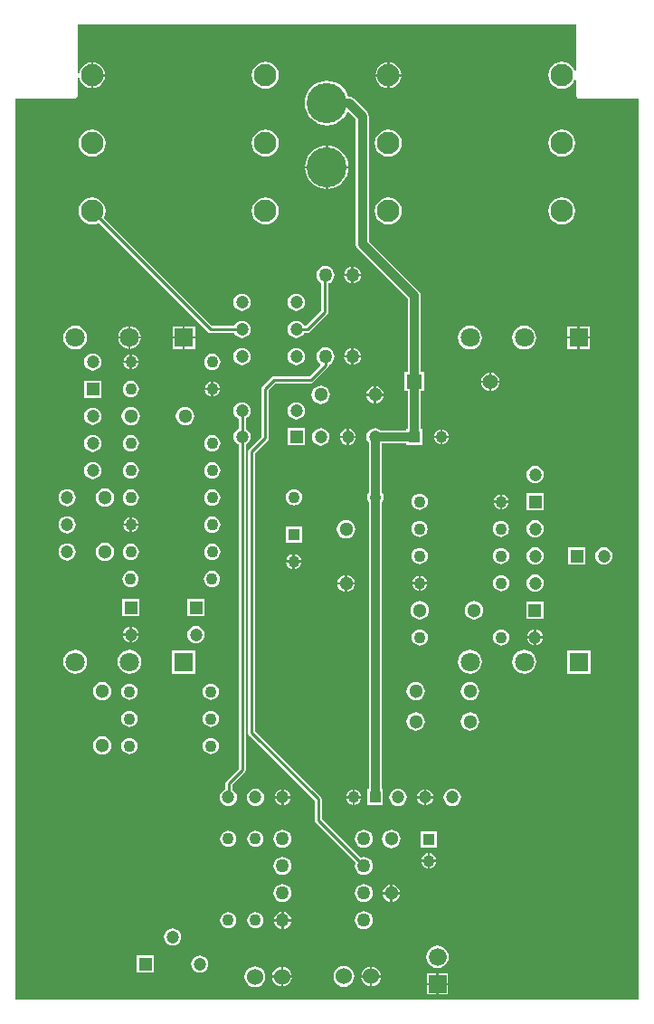
<source format=gtl>
G04*
G04 #@! TF.GenerationSoftware,Altium Limited,Altium Designer,19.0.12 (326)*
G04*
G04 Layer_Physical_Order=1*
G04 Layer_Color=255*
%FSLAX25Y25*%
%MOIN*%
G70*
G01*
G75*
%ADD11C,0.01000*%
%ADD36C,0.03200*%
%ADD37C,0.04724*%
%ADD38R,0.04724X0.04724*%
%ADD39C,0.06600*%
%ADD40R,0.06600X0.06600*%
%ADD41C,0.14765*%
%ADD42C,0.04331*%
%ADD43R,0.04331X0.04331*%
%ADD44C,0.05118*%
%ADD45R,0.07087X0.07087*%
%ADD46C,0.07087*%
%ADD47C,0.08268*%
%ADD48R,0.04724X0.04724*%
%ADD49R,0.05512X0.05512*%
%ADD50C,0.05512*%
%ADD51R,0.04331X0.04331*%
%ADD52C,0.06000*%
%ADD53C,0.04725*%
%ADD54C,0.05000*%
%ADD55C,0.03000*%
G36*
X207971Y343838D02*
X207471Y343739D01*
X207119Y344588D01*
X206328Y345619D01*
X205297Y346410D01*
X204097Y346907D01*
X202809Y347077D01*
X201521Y346907D01*
X200321Y346410D01*
X199290Y345619D01*
X198499Y344588D01*
X198002Y343388D01*
X197832Y342100D01*
X198002Y340812D01*
X198499Y339612D01*
X199290Y338581D01*
X200321Y337790D01*
X201521Y337293D01*
X202809Y337123D01*
X204097Y337293D01*
X205297Y337790D01*
X206328Y338581D01*
X207119Y339612D01*
X207471Y340461D01*
X207971Y340362D01*
Y335000D01*
X208087Y334415D01*
X208419Y333919D01*
X208915Y333587D01*
X209500Y333471D01*
X230971D01*
Y1529D01*
X1529D01*
Y333471D01*
X23000D01*
X23585Y333587D01*
X24081Y333919D01*
X24413Y334415D01*
X24529Y335000D01*
Y341215D01*
X25029Y341248D01*
X25080Y340864D01*
X25557Y339713D01*
X26316Y338724D01*
X27305Y337965D01*
X28456Y337488D01*
X29292Y337378D01*
Y342100D01*
Y346822D01*
X28456Y346712D01*
X27305Y346235D01*
X26316Y345476D01*
X25557Y344487D01*
X25080Y343336D01*
X25029Y342952D01*
X24529Y342985D01*
Y360971D01*
X207971D01*
Y343838D01*
D02*
G37*
%LPC*%
G36*
X139311Y346822D02*
Y342500D01*
X143633D01*
X143523Y343336D01*
X143046Y344487D01*
X142287Y345476D01*
X141298Y346235D01*
X140147Y346712D01*
X139311Y346822D01*
D02*
G37*
G36*
X30092D02*
Y342500D01*
X34414D01*
X34304Y343336D01*
X33827Y344487D01*
X33068Y345476D01*
X32079Y346235D01*
X30928Y346712D01*
X30092Y346822D01*
D02*
G37*
G36*
X138511D02*
X137675Y346712D01*
X136524Y346235D01*
X135535Y345476D01*
X134776Y344487D01*
X134299Y343336D01*
X134189Y342500D01*
X138511D01*
Y346822D01*
D02*
G37*
G36*
X143633Y341700D02*
X139311D01*
Y337378D01*
X140147Y337488D01*
X141298Y337965D01*
X142287Y338724D01*
X143046Y339713D01*
X143523Y340864D01*
X143633Y341700D01*
D02*
G37*
G36*
X34414D02*
X30092D01*
Y337378D01*
X30928Y337488D01*
X32079Y337965D01*
X33068Y338724D01*
X33827Y339713D01*
X34304Y340864D01*
X34414Y341700D01*
D02*
G37*
G36*
X138511D02*
X134189D01*
X134299Y340864D01*
X134776Y339713D01*
X135535Y338724D01*
X136524Y337965D01*
X137675Y337488D01*
X138511Y337378D01*
Y341700D01*
D02*
G37*
G36*
X93590Y347077D02*
X92302Y346907D01*
X91102Y346410D01*
X90071Y345619D01*
X89280Y344588D01*
X88783Y343388D01*
X88613Y342100D01*
X88783Y340812D01*
X89280Y339612D01*
X90071Y338581D01*
X91102Y337790D01*
X92302Y337293D01*
X93590Y337123D01*
X94878Y337293D01*
X96078Y337790D01*
X97109Y338581D01*
X97900Y339612D01*
X98397Y340812D01*
X98567Y342100D01*
X98397Y343388D01*
X97900Y344588D01*
X97109Y345619D01*
X96078Y346410D01*
X94878Y346907D01*
X93590Y347077D01*
D02*
G37*
G36*
X202809Y322077D02*
X201521Y321907D01*
X200321Y321410D01*
X199290Y320619D01*
X198499Y319588D01*
X198002Y318388D01*
X197832Y317100D01*
X198002Y315812D01*
X198499Y314612D01*
X199290Y313581D01*
X200321Y312790D01*
X201521Y312293D01*
X202809Y312123D01*
X204097Y312293D01*
X205297Y312790D01*
X206328Y313581D01*
X207119Y314612D01*
X207616Y315812D01*
X207786Y317100D01*
X207616Y318388D01*
X207119Y319588D01*
X206328Y320619D01*
X205297Y321410D01*
X204097Y321907D01*
X202809Y322077D01*
D02*
G37*
G36*
X138911D02*
X137623Y321907D01*
X136423Y321410D01*
X135392Y320619D01*
X134601Y319588D01*
X134104Y318388D01*
X133934Y317100D01*
X134104Y315812D01*
X134601Y314612D01*
X135392Y313581D01*
X136423Y312790D01*
X137623Y312293D01*
X138911Y312123D01*
X140199Y312293D01*
X141399Y312790D01*
X142430Y313581D01*
X143221Y314612D01*
X143718Y315812D01*
X143888Y317100D01*
X143718Y318388D01*
X143221Y319588D01*
X142430Y320619D01*
X141399Y321410D01*
X140199Y321907D01*
X138911Y322077D01*
D02*
G37*
G36*
X93590D02*
X92302Y321907D01*
X91102Y321410D01*
X90071Y320619D01*
X89280Y319588D01*
X88783Y318388D01*
X88613Y317100D01*
X88783Y315812D01*
X89280Y314612D01*
X90071Y313581D01*
X91102Y312790D01*
X92302Y312293D01*
X93590Y312123D01*
X94878Y312293D01*
X96078Y312790D01*
X97109Y313581D01*
X97900Y314612D01*
X98397Y315812D01*
X98567Y317100D01*
X98397Y318388D01*
X97900Y319588D01*
X97109Y320619D01*
X96078Y321410D01*
X94878Y321907D01*
X93590Y322077D01*
D02*
G37*
G36*
X29692D02*
X28404Y321907D01*
X27204Y321410D01*
X26173Y320619D01*
X25382Y319588D01*
X24885Y318388D01*
X24715Y317100D01*
X24885Y315812D01*
X25382Y314612D01*
X26173Y313581D01*
X27204Y312790D01*
X28404Y312293D01*
X29692Y312123D01*
X30980Y312293D01*
X32180Y312790D01*
X33211Y313581D01*
X34002Y314612D01*
X34499Y315812D01*
X34669Y317100D01*
X34499Y318388D01*
X34002Y319588D01*
X33211Y320619D01*
X32180Y321410D01*
X30980Y321907D01*
X29692Y322077D01*
D02*
G37*
G36*
X116650Y316260D02*
Y308678D01*
X124232D01*
X124117Y309843D01*
X123660Y311347D01*
X122919Y312734D01*
X121922Y313950D01*
X120706Y314947D01*
X119319Y315688D01*
X117815Y316145D01*
X116650Y316260D01*
D02*
G37*
G36*
X115850D02*
X114685Y316145D01*
X113180Y315688D01*
X111794Y314947D01*
X110578Y313950D01*
X109581Y312734D01*
X108840Y311347D01*
X108383Y309843D01*
X108268Y308678D01*
X115850D01*
Y316260D01*
D02*
G37*
G36*
X124232Y307878D02*
X116650D01*
Y300296D01*
X117815Y300411D01*
X119319Y300868D01*
X120706Y301609D01*
X121922Y302606D01*
X122919Y303822D01*
X123660Y305209D01*
X124117Y306713D01*
X124232Y307878D01*
D02*
G37*
G36*
X115850D02*
X108268D01*
X108383Y306713D01*
X108840Y305209D01*
X109581Y303822D01*
X110578Y302606D01*
X111794Y301609D01*
X113180Y300868D01*
X114685Y300411D01*
X115850Y300296D01*
Y307878D01*
D02*
G37*
G36*
X202809Y297077D02*
X201521Y296907D01*
X200321Y296410D01*
X199290Y295619D01*
X198499Y294588D01*
X198002Y293388D01*
X197832Y292100D01*
X198002Y290812D01*
X198499Y289612D01*
X199290Y288581D01*
X200321Y287790D01*
X201521Y287293D01*
X202809Y287123D01*
X204097Y287293D01*
X205297Y287790D01*
X206328Y288581D01*
X207119Y289612D01*
X207616Y290812D01*
X207786Y292100D01*
X207616Y293388D01*
X207119Y294588D01*
X206328Y295619D01*
X205297Y296410D01*
X204097Y296907D01*
X202809Y297077D01*
D02*
G37*
G36*
X138911D02*
X137623Y296907D01*
X136423Y296410D01*
X135392Y295619D01*
X134601Y294588D01*
X134104Y293388D01*
X133934Y292100D01*
X134104Y290812D01*
X134601Y289612D01*
X135392Y288581D01*
X136423Y287790D01*
X137623Y287293D01*
X138911Y287123D01*
X140199Y287293D01*
X141399Y287790D01*
X142430Y288581D01*
X143221Y289612D01*
X143718Y290812D01*
X143888Y292100D01*
X143718Y293388D01*
X143221Y294588D01*
X142430Y295619D01*
X141399Y296410D01*
X140199Y296907D01*
X138911Y297077D01*
D02*
G37*
G36*
X93590D02*
X92302Y296907D01*
X91102Y296410D01*
X90071Y295619D01*
X89280Y294588D01*
X88783Y293388D01*
X88613Y292100D01*
X88783Y290812D01*
X89280Y289612D01*
X90071Y288581D01*
X91102Y287790D01*
X92302Y287293D01*
X93590Y287123D01*
X94878Y287293D01*
X96078Y287790D01*
X97109Y288581D01*
X97900Y289612D01*
X98397Y290812D01*
X98567Y292100D01*
X98397Y293388D01*
X97900Y294588D01*
X97109Y295619D01*
X96078Y296410D01*
X94878Y296907D01*
X93590Y297077D01*
D02*
G37*
G36*
X126075Y271574D02*
Y268900D01*
X128749D01*
X128695Y269309D01*
X128382Y270063D01*
X127885Y270711D01*
X127238Y271208D01*
X126484Y271520D01*
X126075Y271574D01*
D02*
G37*
G36*
X125275D02*
X124865Y271520D01*
X124111Y271208D01*
X123464Y270711D01*
X122967Y270063D01*
X122654Y269309D01*
X122600Y268900D01*
X125275D01*
Y271574D01*
D02*
G37*
G36*
X128749Y268100D02*
X126075D01*
Y265426D01*
X126484Y265480D01*
X127238Y265792D01*
X127885Y266289D01*
X128382Y266937D01*
X128695Y267691D01*
X128749Y268100D01*
D02*
G37*
G36*
X125275D02*
X122600D01*
X122654Y267691D01*
X122967Y266937D01*
X123464Y266289D01*
X124111Y265792D01*
X124865Y265480D01*
X125275Y265426D01*
Y268100D01*
D02*
G37*
G36*
X105000Y261690D02*
X104174Y261581D01*
X103405Y261262D01*
X102744Y260755D01*
X102238Y260095D01*
X101919Y259326D01*
X101810Y258500D01*
X101919Y257674D01*
X102238Y256905D01*
X102744Y256244D01*
X103405Y255738D01*
X104174Y255419D01*
X105000Y255310D01*
X105826Y255419D01*
X106595Y255738D01*
X107255Y256244D01*
X107762Y256905D01*
X108081Y257674D01*
X108190Y258500D01*
X108081Y259326D01*
X107762Y260095D01*
X107255Y260755D01*
X106595Y261262D01*
X105826Y261581D01*
X105000Y261690D01*
D02*
G37*
G36*
X85000D02*
X84174Y261581D01*
X83405Y261262D01*
X82744Y260755D01*
X82238Y260095D01*
X81919Y259326D01*
X81810Y258500D01*
X81919Y257674D01*
X82238Y256905D01*
X82744Y256244D01*
X83405Y255738D01*
X84174Y255419D01*
X85000Y255310D01*
X85826Y255419D01*
X86595Y255738D01*
X87256Y256244D01*
X87762Y256905D01*
X88081Y257674D01*
X88190Y258500D01*
X88081Y259326D01*
X87762Y260095D01*
X87256Y260755D01*
X86595Y261262D01*
X85826Y261581D01*
X85000Y261690D01*
D02*
G37*
G36*
X115674Y271829D02*
X114813Y271715D01*
X114010Y271382D01*
X113321Y270854D01*
X112792Y270164D01*
X112460Y269361D01*
X112346Y268500D01*
X112460Y267638D01*
X112792Y266836D01*
X113321Y266146D01*
X114010Y265617D01*
X114174Y265549D01*
Y255549D01*
X108451Y249826D01*
X107874D01*
X107762Y250095D01*
X107255Y250756D01*
X106595Y251262D01*
X105826Y251581D01*
X105000Y251690D01*
X104174Y251581D01*
X103405Y251262D01*
X102744Y250756D01*
X102238Y250095D01*
X101919Y249326D01*
X101810Y248500D01*
X101919Y247674D01*
X102238Y246905D01*
X102744Y246245D01*
X103405Y245738D01*
X104174Y245419D01*
X105000Y245310D01*
X105826Y245419D01*
X106595Y245738D01*
X107255Y246245D01*
X107762Y246905D01*
X107874Y247175D01*
X109000D01*
X109507Y247275D01*
X109937Y247563D01*
X116437Y254063D01*
X116725Y254493D01*
X116825Y255000D01*
Y265405D01*
X117339Y265617D01*
X118028Y266146D01*
X118557Y266836D01*
X118890Y267638D01*
X119003Y268500D01*
X118890Y269361D01*
X118557Y270164D01*
X118028Y270854D01*
X117339Y271382D01*
X116536Y271715D01*
X115674Y271829D01*
D02*
G37*
G36*
X213143Y249643D02*
X209400D01*
Y245900D01*
X213143D01*
Y249643D01*
D02*
G37*
G36*
X208600D02*
X204856D01*
Y245900D01*
X208600D01*
Y249643D01*
D02*
G37*
G36*
X67643D02*
X63900D01*
Y245900D01*
X67643D01*
Y249643D01*
D02*
G37*
G36*
X63100D02*
X59356D01*
Y245900D01*
X63100D01*
Y249643D01*
D02*
G37*
G36*
X43900Y249627D02*
Y245900D01*
X47627D01*
X47537Y246582D01*
X47119Y247590D01*
X46455Y248455D01*
X45590Y249119D01*
X44582Y249537D01*
X43900Y249627D01*
D02*
G37*
G36*
X43100D02*
X42418Y249537D01*
X41410Y249119D01*
X40545Y248455D01*
X39881Y247590D01*
X39463Y246582D01*
X39373Y245900D01*
X43100D01*
Y249627D01*
D02*
G37*
G36*
X29692Y297077D02*
X28404Y296907D01*
X27204Y296410D01*
X26173Y295619D01*
X25382Y294588D01*
X24885Y293388D01*
X24715Y292100D01*
X24885Y290812D01*
X25382Y289612D01*
X26173Y288581D01*
X27204Y287790D01*
X28404Y287293D01*
X29692Y287123D01*
X30980Y287293D01*
X32143Y287775D01*
X72355Y247563D01*
X72785Y247275D01*
X73292Y247175D01*
X82126D01*
X82238Y246905D01*
X82744Y246245D01*
X83405Y245738D01*
X84174Y245419D01*
X85000Y245310D01*
X85826Y245419D01*
X86595Y245738D01*
X87256Y246245D01*
X87762Y246905D01*
X88081Y247674D01*
X88190Y248500D01*
X88081Y249326D01*
X87762Y250095D01*
X87256Y250756D01*
X86595Y251262D01*
X85826Y251581D01*
X85000Y251690D01*
X84174Y251581D01*
X83405Y251262D01*
X82744Y250756D01*
X82238Y250095D01*
X82126Y249826D01*
X73841D01*
X34017Y289649D01*
X34499Y290812D01*
X34669Y292100D01*
X34499Y293388D01*
X34002Y294588D01*
X33211Y295619D01*
X32180Y296410D01*
X30980Y296907D01*
X29692Y297077D01*
D02*
G37*
G36*
X47627Y245100D02*
X43900D01*
Y241373D01*
X44582Y241463D01*
X45590Y241881D01*
X46455Y242545D01*
X47119Y243410D01*
X47537Y244418D01*
X47627Y245100D01*
D02*
G37*
G36*
X43100D02*
X39373D01*
X39463Y244418D01*
X39881Y243410D01*
X40545Y242545D01*
X41410Y241881D01*
X42418Y241463D01*
X43100Y241373D01*
Y245100D01*
D02*
G37*
G36*
X213143D02*
X209400D01*
Y241356D01*
X213143D01*
Y245100D01*
D02*
G37*
G36*
X208600D02*
X204856D01*
Y241356D01*
X208600D01*
Y245100D01*
D02*
G37*
G36*
X67643D02*
X63900D01*
Y241356D01*
X67643D01*
Y245100D01*
D02*
G37*
G36*
X63100D02*
X59356D01*
Y241356D01*
X63100D01*
Y245100D01*
D02*
G37*
G36*
X189000Y249881D02*
X187866Y249732D01*
X186810Y249294D01*
X185902Y248598D01*
X185206Y247691D01*
X184768Y246634D01*
X184619Y245500D01*
X184768Y244366D01*
X185206Y243309D01*
X185902Y242402D01*
X186810Y241706D01*
X187866Y241268D01*
X189000Y241119D01*
X190134Y241268D01*
X191191Y241706D01*
X192098Y242402D01*
X192794Y243309D01*
X193232Y244366D01*
X193381Y245500D01*
X193232Y246634D01*
X192794Y247691D01*
X192098Y248598D01*
X191191Y249294D01*
X190134Y249732D01*
X189000Y249881D01*
D02*
G37*
G36*
X169000D02*
X167866Y249732D01*
X166809Y249294D01*
X165902Y248598D01*
X165206Y247691D01*
X164768Y246634D01*
X164619Y245500D01*
X164768Y244366D01*
X165206Y243309D01*
X165902Y242402D01*
X166809Y241706D01*
X167866Y241268D01*
X169000Y241119D01*
X170134Y241268D01*
X171191Y241706D01*
X172098Y242402D01*
X172794Y243309D01*
X173232Y244366D01*
X173381Y245500D01*
X173232Y246634D01*
X172794Y247691D01*
X172098Y248598D01*
X171191Y249294D01*
X170134Y249732D01*
X169000Y249881D01*
D02*
G37*
G36*
X23500D02*
X22366Y249732D01*
X21309Y249294D01*
X20402Y248598D01*
X19706Y247691D01*
X19268Y246634D01*
X19119Y245500D01*
X19268Y244366D01*
X19706Y243309D01*
X20402Y242402D01*
X21309Y241706D01*
X22366Y241268D01*
X23500Y241119D01*
X24634Y241268D01*
X25690Y241706D01*
X26598Y242402D01*
X27294Y243309D01*
X27732Y244366D01*
X27881Y245500D01*
X27732Y246634D01*
X27294Y247691D01*
X26598Y248598D01*
X25690Y249294D01*
X24634Y249732D01*
X23500Y249881D01*
D02*
G37*
G36*
X126075Y241574D02*
Y238900D01*
X128749D01*
X128695Y239309D01*
X128382Y240063D01*
X127885Y240711D01*
X127238Y241208D01*
X126484Y241520D01*
X126075Y241574D01*
D02*
G37*
G36*
X125275D02*
X124865Y241520D01*
X124111Y241208D01*
X123464Y240711D01*
X122967Y240063D01*
X122654Y239309D01*
X122600Y238900D01*
X125275D01*
Y241574D01*
D02*
G37*
G36*
X44400Y239237D02*
Y236900D01*
X46737D01*
X46694Y237222D01*
X46416Y237895D01*
X45972Y238472D01*
X45395Y238916D01*
X44722Y239194D01*
X44400Y239237D01*
D02*
G37*
G36*
X43600D02*
X43278Y239194D01*
X42605Y238916D01*
X42028Y238472D01*
X41584Y237895D01*
X41306Y237222D01*
X41263Y236900D01*
X43600D01*
Y239237D01*
D02*
G37*
G36*
X128749Y238100D02*
X126075D01*
Y235426D01*
X126484Y235480D01*
X127238Y235792D01*
X127885Y236289D01*
X128382Y236937D01*
X128695Y237691D01*
X128749Y238100D01*
D02*
G37*
G36*
X125275D02*
X122600D01*
X122654Y237691D01*
X122967Y236937D01*
X123464Y236289D01*
X124111Y235792D01*
X124865Y235480D01*
X125275Y235426D01*
Y238100D01*
D02*
G37*
G36*
X105000Y241690D02*
X104174Y241581D01*
X103405Y241262D01*
X102744Y240756D01*
X102238Y240095D01*
X101919Y239326D01*
X101810Y238500D01*
X101919Y237674D01*
X102238Y236905D01*
X102744Y236245D01*
X103405Y235738D01*
X104174Y235419D01*
X105000Y235310D01*
X105826Y235419D01*
X106595Y235738D01*
X107255Y236245D01*
X107762Y236905D01*
X108081Y237674D01*
X108190Y238500D01*
X108081Y239326D01*
X107762Y240095D01*
X107255Y240756D01*
X106595Y241262D01*
X105826Y241581D01*
X105000Y241690D01*
D02*
G37*
G36*
X85000D02*
X84174Y241581D01*
X83405Y241262D01*
X82744Y240756D01*
X82238Y240095D01*
X81919Y239326D01*
X81810Y238500D01*
X81919Y237674D01*
X82238Y236905D01*
X82744Y236245D01*
X83405Y235738D01*
X84174Y235419D01*
X85000Y235310D01*
X85826Y235419D01*
X86595Y235738D01*
X87256Y236245D01*
X87762Y236905D01*
X88081Y237674D01*
X88190Y238500D01*
X88081Y239326D01*
X87762Y240095D01*
X87256Y240756D01*
X86595Y241262D01*
X85826Y241581D01*
X85000Y241690D01*
D02*
G37*
G36*
X46737Y236100D02*
X44400D01*
Y233763D01*
X44722Y233806D01*
X45395Y234084D01*
X45972Y234528D01*
X46416Y235105D01*
X46694Y235778D01*
X46737Y236100D01*
D02*
G37*
G36*
X43600D02*
X41263D01*
X41306Y235778D01*
X41584Y235105D01*
X42028Y234528D01*
X42605Y234084D01*
X43278Y233806D01*
X43600Y233763D01*
Y236100D01*
D02*
G37*
G36*
X74000Y239491D02*
X73226Y239389D01*
X72505Y239090D01*
X71885Y238615D01*
X71410Y237996D01*
X71111Y237274D01*
X71009Y236500D01*
X71111Y235726D01*
X71410Y235004D01*
X71885Y234385D01*
X72505Y233910D01*
X73226Y233611D01*
X74000Y233509D01*
X74774Y233611D01*
X75495Y233910D01*
X76115Y234385D01*
X76590Y235004D01*
X76889Y235726D01*
X76991Y236500D01*
X76889Y237274D01*
X76590Y237996D01*
X76115Y238615D01*
X75495Y239090D01*
X74774Y239389D01*
X74000Y239491D01*
D02*
G37*
G36*
X30000Y239689D02*
X29175Y239581D01*
X28405Y239262D01*
X27745Y238755D01*
X27238Y238095D01*
X26919Y237326D01*
X26811Y236500D01*
X26919Y235675D01*
X27238Y234905D01*
X27745Y234245D01*
X28405Y233738D01*
X29175Y233419D01*
X30000Y233311D01*
X30825Y233419D01*
X31595Y233738D01*
X32255Y234245D01*
X32762Y234905D01*
X33081Y235675D01*
X33189Y236500D01*
X33081Y237326D01*
X32762Y238095D01*
X32255Y238755D01*
X31595Y239262D01*
X30825Y239581D01*
X30000Y239689D01*
D02*
G37*
G36*
X176900Y232617D02*
Y229685D01*
X179832D01*
X179770Y230161D01*
X179431Y230977D01*
X178893Y231678D01*
X178192Y232216D01*
X177376Y232555D01*
X176900Y232617D01*
D02*
G37*
G36*
X176100D02*
X175624Y232555D01*
X174808Y232216D01*
X174107Y231678D01*
X173568Y230977D01*
X173230Y230161D01*
X173168Y229685D01*
X176100D01*
Y232617D01*
D02*
G37*
G36*
X74400Y229237D02*
Y226900D01*
X76737D01*
X76694Y227222D01*
X76416Y227895D01*
X75972Y228472D01*
X75395Y228916D01*
X74722Y229194D01*
X74400Y229237D01*
D02*
G37*
G36*
X73600D02*
X73278Y229194D01*
X72605Y228916D01*
X72028Y228472D01*
X71584Y227895D01*
X71306Y227222D01*
X71263Y226900D01*
X73600D01*
Y229237D01*
D02*
G37*
G36*
X179832Y228885D02*
X176900D01*
Y225953D01*
X177376Y226015D01*
X178192Y226353D01*
X178893Y226891D01*
X179431Y227592D01*
X179770Y228409D01*
X179832Y228885D01*
D02*
G37*
G36*
X176100D02*
X173168D01*
X173230Y228409D01*
X173568Y227592D01*
X174107Y226891D01*
X174808Y226353D01*
X175624Y226015D01*
X176100Y225953D01*
Y228885D01*
D02*
G37*
G36*
X134411Y227534D02*
Y224800D01*
X137145D01*
X137089Y225225D01*
X136770Y225993D01*
X136264Y226653D01*
X135604Y227159D01*
X134836Y227478D01*
X134411Y227534D01*
D02*
G37*
G36*
X133611D02*
X133186Y227478D01*
X132418Y227159D01*
X131758Y226653D01*
X131252Y225993D01*
X130933Y225225D01*
X130877Y224800D01*
X133611D01*
Y227534D01*
D02*
G37*
G36*
X76737Y226100D02*
X74400D01*
Y223763D01*
X74722Y223806D01*
X75395Y224084D01*
X75972Y224528D01*
X76416Y225105D01*
X76694Y225778D01*
X76737Y226100D01*
D02*
G37*
G36*
X73600D02*
X71263D01*
X71306Y225778D01*
X71584Y225105D01*
X72028Y224528D01*
X72605Y224084D01*
X73278Y223806D01*
X73600Y223763D01*
Y226100D01*
D02*
G37*
G36*
X44000Y229491D02*
X43226Y229389D01*
X42505Y229090D01*
X41885Y228615D01*
X41410Y227995D01*
X41111Y227274D01*
X41009Y226500D01*
X41111Y225726D01*
X41410Y225005D01*
X41885Y224385D01*
X42505Y223910D01*
X43226Y223611D01*
X44000Y223509D01*
X44774Y223611D01*
X45496Y223910D01*
X46115Y224385D01*
X46590Y225005D01*
X46889Y225726D01*
X46991Y226500D01*
X46889Y227274D01*
X46590Y227995D01*
X46115Y228615D01*
X45496Y229090D01*
X44774Y229389D01*
X44000Y229491D01*
D02*
G37*
G36*
X33162Y229662D02*
X26838D01*
Y223338D01*
X33162D01*
Y229662D01*
D02*
G37*
G36*
X137145Y224000D02*
X134411D01*
Y221266D01*
X134836Y221322D01*
X135604Y221641D01*
X136264Y222147D01*
X136770Y222807D01*
X137089Y223575D01*
X137145Y224000D01*
D02*
G37*
G36*
X133611D02*
X130877D01*
X130933Y223575D01*
X131252Y222807D01*
X131758Y222147D01*
X132418Y221641D01*
X133186Y221322D01*
X133611Y221266D01*
Y224000D01*
D02*
G37*
G36*
X114011Y227788D02*
X113134Y227673D01*
X112317Y227334D01*
X111615Y226796D01*
X111077Y226094D01*
X110738Y225277D01*
X110623Y224400D01*
X110738Y223523D01*
X111077Y222706D01*
X111615Y222004D01*
X112317Y221466D01*
X113134Y221128D01*
X114011Y221012D01*
X114888Y221128D01*
X115705Y221466D01*
X116407Y222004D01*
X116945Y222706D01*
X117283Y223523D01*
X117399Y224400D01*
X117283Y225277D01*
X116945Y226094D01*
X116407Y226796D01*
X115705Y227334D01*
X114888Y227673D01*
X114011Y227788D01*
D02*
G37*
G36*
X105000Y221690D02*
X104174Y221581D01*
X103405Y221262D01*
X102744Y220756D01*
X102238Y220095D01*
X101919Y219326D01*
X101810Y218500D01*
X101919Y217674D01*
X102238Y216905D01*
X102744Y216245D01*
X103405Y215738D01*
X104174Y215419D01*
X105000Y215310D01*
X105826Y215419D01*
X106595Y215738D01*
X107255Y216245D01*
X107762Y216905D01*
X108081Y217674D01*
X108190Y218500D01*
X108081Y219326D01*
X107762Y220095D01*
X107255Y220756D01*
X106595Y221262D01*
X105826Y221581D01*
X105000Y221690D01*
D02*
G37*
G36*
X30000Y219689D02*
X29175Y219581D01*
X28405Y219262D01*
X27745Y218755D01*
X27238Y218095D01*
X26919Y217325D01*
X26811Y216500D01*
X26919Y215674D01*
X27238Y214905D01*
X27745Y214245D01*
X28405Y213738D01*
X29175Y213419D01*
X30000Y213311D01*
X30825Y213419D01*
X31595Y213738D01*
X32255Y214245D01*
X32762Y214905D01*
X33081Y215674D01*
X33189Y216500D01*
X33081Y217325D01*
X32762Y218095D01*
X32255Y218755D01*
X31595Y219262D01*
X30825Y219581D01*
X30000Y219689D01*
D02*
G37*
G36*
X64000Y219888D02*
X63123Y219773D01*
X62306Y219434D01*
X61604Y218896D01*
X61066Y218194D01*
X60728Y217377D01*
X60612Y216500D01*
X60728Y215623D01*
X61066Y214806D01*
X61604Y214104D01*
X62306Y213566D01*
X63123Y213228D01*
X64000Y213112D01*
X64877Y213228D01*
X65694Y213566D01*
X66396Y214104D01*
X66934Y214806D01*
X67273Y215623D01*
X67388Y216500D01*
X67273Y217377D01*
X66934Y218194D01*
X66396Y218896D01*
X65694Y219434D01*
X64877Y219773D01*
X64000Y219888D01*
D02*
G37*
G36*
X44000D02*
X43123Y219773D01*
X42306Y219434D01*
X41604Y218896D01*
X41066Y218194D01*
X40727Y217377D01*
X40612Y216500D01*
X40727Y215623D01*
X41066Y214806D01*
X41604Y214104D01*
X42306Y213566D01*
X43123Y213228D01*
X44000Y213112D01*
X44877Y213228D01*
X45694Y213566D01*
X46396Y214104D01*
X46934Y214806D01*
X47273Y215623D01*
X47388Y216500D01*
X47273Y217377D01*
X46934Y218194D01*
X46396Y218896D01*
X45694Y219434D01*
X44877Y219773D01*
X44000Y219888D01*
D02*
G37*
G36*
X116250Y340122D02*
X114646Y339964D01*
X113104Y339496D01*
X111682Y338736D01*
X110436Y337714D01*
X109414Y336468D01*
X108654Y335046D01*
X108186Y333504D01*
X108028Y331900D01*
X108186Y330296D01*
X108654Y328754D01*
X109414Y327332D01*
X110436Y326086D01*
X111682Y325064D01*
X113104Y324304D01*
X114646Y323836D01*
X116250Y323678D01*
X117854Y323836D01*
X119396Y324304D01*
X120818Y325064D01*
X122064Y326086D01*
X123086Y327332D01*
X123708Y328496D01*
X124296Y328615D01*
X126903Y326008D01*
Y279970D01*
X127089Y279033D01*
X127620Y278239D01*
X146053Y259806D01*
Y232841D01*
X144944D01*
Y225729D01*
X146053D01*
Y211840D01*
X145535D01*
Y211343D01*
X135994D01*
X135584Y211658D01*
X134815Y211976D01*
X133989Y212085D01*
X133164Y211976D01*
X132395Y211658D01*
X131734Y211151D01*
X131227Y210490D01*
X130909Y209721D01*
X130800Y208896D01*
X130909Y208070D01*
X131227Y207301D01*
X131648Y206753D01*
Y188284D01*
X131504Y188098D01*
X131206Y187376D01*
X131104Y186602D01*
X131206Y185828D01*
X131504Y185106D01*
X131648Y184920D01*
Y79066D01*
X131024D01*
Y73134D01*
X136955D01*
Y79066D01*
X136542D01*
Y184920D01*
X136685Y185106D01*
X136984Y185828D01*
X137086Y186602D01*
X136984Y187376D01*
X136685Y188098D01*
X136542Y188284D01*
Y206449D01*
X145535D01*
Y205909D01*
X151465D01*
Y211840D01*
X150947D01*
Y225729D01*
X152056D01*
Y232841D01*
X150947D01*
Y260820D01*
X150761Y261756D01*
X150230Y262550D01*
X131797Y280983D01*
Y327022D01*
X131611Y327958D01*
X131080Y328752D01*
X126202Y333630D01*
X125408Y334161D01*
X124472Y334347D01*
X124058D01*
X123846Y335046D01*
X123086Y336468D01*
X122064Y337714D01*
X120818Y338736D01*
X119396Y339496D01*
X117854Y339964D01*
X116250Y340122D01*
D02*
G37*
G36*
X124389Y211831D02*
Y209296D01*
X126924D01*
X126875Y209669D01*
X126577Y210389D01*
X126102Y211008D01*
X125483Y211483D01*
X124762Y211781D01*
X124389Y211831D01*
D02*
G37*
G36*
X123589D02*
X123216Y211781D01*
X122495Y211483D01*
X121877Y211008D01*
X121402Y210389D01*
X121104Y209669D01*
X121054Y209296D01*
X123589D01*
Y211831D01*
D02*
G37*
G36*
X158900Y211611D02*
Y209275D01*
X161237D01*
X161194Y209596D01*
X160916Y210269D01*
X160472Y210847D01*
X159895Y211290D01*
X159222Y211569D01*
X158900Y211611D01*
D02*
G37*
G36*
X158100D02*
X157778Y211569D01*
X157105Y211290D01*
X156528Y210847D01*
X156084Y210269D01*
X155806Y209596D01*
X155763Y209275D01*
X158100D01*
Y211611D01*
D02*
G37*
G36*
X161237Y208474D02*
X158900D01*
Y206138D01*
X159222Y206180D01*
X159895Y206459D01*
X160472Y206902D01*
X160916Y207480D01*
X161194Y208153D01*
X161237Y208474D01*
D02*
G37*
G36*
X158100D02*
X155763D01*
X155806Y208153D01*
X156084Y207480D01*
X156528Y206902D01*
X157105Y206459D01*
X157778Y206180D01*
X158100Y206138D01*
Y208474D01*
D02*
G37*
G36*
X126924Y208496D02*
X124389D01*
Y205961D01*
X124762Y206010D01*
X125483Y206308D01*
X126102Y206783D01*
X126577Y207402D01*
X126875Y208122D01*
X126924Y208496D01*
D02*
G37*
G36*
X123589D02*
X121054D01*
X121104Y208122D01*
X121402Y207402D01*
X121877Y206783D01*
X122495Y206308D01*
X123216Y206010D01*
X123589Y205961D01*
Y208496D01*
D02*
G37*
G36*
X108162Y212162D02*
X101838D01*
Y205838D01*
X108162D01*
Y212162D01*
D02*
G37*
G36*
X113989Y212085D02*
X113164Y211976D01*
X112395Y211658D01*
X111734Y211151D01*
X111227Y210490D01*
X110909Y209721D01*
X110800Y208896D01*
X110909Y208070D01*
X111227Y207301D01*
X111734Y206641D01*
X112395Y206134D01*
X113164Y205815D01*
X113989Y205706D01*
X114815Y205815D01*
X115584Y206134D01*
X116244Y206641D01*
X116751Y207301D01*
X117070Y208070D01*
X117179Y208896D01*
X117070Y209721D01*
X116751Y210490D01*
X116244Y211151D01*
X115584Y211658D01*
X114815Y211976D01*
X113989Y212085D01*
D02*
G37*
G36*
X74000Y209512D02*
X73226Y209410D01*
X72505Y209111D01*
X71885Y208636D01*
X71410Y208016D01*
X71111Y207295D01*
X71009Y206521D01*
X71111Y205747D01*
X71410Y205026D01*
X71885Y204406D01*
X72505Y203931D01*
X73226Y203632D01*
X74000Y203530D01*
X74774Y203632D01*
X75495Y203931D01*
X76115Y204406D01*
X76590Y205026D01*
X76889Y205747D01*
X76991Y206521D01*
X76889Y207295D01*
X76590Y208016D01*
X76115Y208636D01*
X75495Y209111D01*
X74774Y209410D01*
X74000Y209512D01*
D02*
G37*
G36*
X44000D02*
X43226Y209410D01*
X42505Y209111D01*
X41885Y208636D01*
X41410Y208016D01*
X41111Y207295D01*
X41009Y206521D01*
X41111Y205747D01*
X41410Y205026D01*
X41885Y204406D01*
X42505Y203931D01*
X43226Y203632D01*
X44000Y203530D01*
X44774Y203632D01*
X45496Y203931D01*
X46115Y204406D01*
X46590Y205026D01*
X46889Y205747D01*
X46991Y206521D01*
X46889Y207295D01*
X46590Y208016D01*
X46115Y208636D01*
X45496Y209111D01*
X44774Y209410D01*
X44000Y209512D01*
D02*
G37*
G36*
X30000Y209689D02*
X29175Y209581D01*
X28405Y209262D01*
X27745Y208755D01*
X27238Y208095D01*
X26919Y207326D01*
X26811Y206500D01*
X26919Y205675D01*
X27238Y204905D01*
X27745Y204245D01*
X28405Y203738D01*
X29175Y203419D01*
X30000Y203311D01*
X30825Y203419D01*
X31595Y203738D01*
X32255Y204245D01*
X32762Y204905D01*
X33081Y205675D01*
X33189Y206500D01*
X33081Y207326D01*
X32762Y208095D01*
X32255Y208755D01*
X31595Y209262D01*
X30825Y209581D01*
X30000Y209689D01*
D02*
G37*
G36*
X74000Y199491D02*
X73226Y199389D01*
X72505Y199090D01*
X71885Y198615D01*
X71410Y197995D01*
X71111Y197274D01*
X71009Y196500D01*
X71111Y195726D01*
X71410Y195004D01*
X71885Y194385D01*
X72505Y193910D01*
X73226Y193611D01*
X74000Y193509D01*
X74774Y193611D01*
X75495Y193910D01*
X76115Y194385D01*
X76590Y195004D01*
X76889Y195726D01*
X76991Y196500D01*
X76889Y197274D01*
X76590Y197995D01*
X76115Y198615D01*
X75495Y199090D01*
X74774Y199389D01*
X74000Y199491D01*
D02*
G37*
G36*
X44000D02*
X43226Y199389D01*
X42505Y199090D01*
X41885Y198615D01*
X41410Y197995D01*
X41111Y197274D01*
X41009Y196500D01*
X41111Y195726D01*
X41410Y195004D01*
X41885Y194385D01*
X42505Y193910D01*
X43226Y193611D01*
X44000Y193509D01*
X44774Y193611D01*
X45496Y193910D01*
X46115Y194385D01*
X46590Y195004D01*
X46889Y195726D01*
X46991Y196500D01*
X46889Y197274D01*
X46590Y197995D01*
X46115Y198615D01*
X45496Y199090D01*
X44774Y199389D01*
X44000Y199491D01*
D02*
G37*
G36*
X30000Y199689D02*
X29175Y199581D01*
X28405Y199262D01*
X27745Y198755D01*
X27238Y198095D01*
X26919Y197326D01*
X26811Y196500D01*
X26919Y195675D01*
X27238Y194905D01*
X27745Y194245D01*
X28405Y193738D01*
X29175Y193419D01*
X30000Y193311D01*
X30825Y193419D01*
X31595Y193738D01*
X32255Y194245D01*
X32762Y194905D01*
X33081Y195675D01*
X33189Y196500D01*
X33081Y197326D01*
X32762Y198095D01*
X32255Y198755D01*
X31595Y199262D01*
X30825Y199581D01*
X30000Y199689D01*
D02*
G37*
G36*
X193000Y198189D02*
X192174Y198081D01*
X191405Y197762D01*
X190745Y197255D01*
X190238Y196595D01*
X189919Y195826D01*
X189811Y195000D01*
X189919Y194175D01*
X190238Y193405D01*
X190745Y192745D01*
X191405Y192238D01*
X192174Y191919D01*
X193000Y191811D01*
X193825Y191919D01*
X194595Y192238D01*
X195255Y192745D01*
X195762Y193405D01*
X196081Y194175D01*
X196189Y195000D01*
X196081Y195826D01*
X195762Y196595D01*
X195255Y197255D01*
X194595Y197762D01*
X193825Y198081D01*
X193000Y198189D01*
D02*
G37*
G36*
X180802Y187737D02*
Y185400D01*
X183139D01*
X183096Y185722D01*
X182818Y186395D01*
X182374Y186972D01*
X181797Y187416D01*
X181124Y187694D01*
X180802Y187737D01*
D02*
G37*
G36*
X180002D02*
X179680Y187694D01*
X179007Y187416D01*
X178430Y186972D01*
X177986Y186395D01*
X177708Y185722D01*
X177665Y185400D01*
X180002D01*
Y187737D01*
D02*
G37*
G36*
X104095Y189593D02*
X103321Y189491D01*
X102599Y189192D01*
X101980Y188717D01*
X101505Y188098D01*
X101206Y187376D01*
X101104Y186602D01*
X101206Y185828D01*
X101505Y185106D01*
X101980Y184487D01*
X102599Y184012D01*
X103321Y183713D01*
X104095Y183611D01*
X104869Y183713D01*
X105590Y184012D01*
X106210Y184487D01*
X106685Y185106D01*
X106984Y185828D01*
X107086Y186602D01*
X106984Y187376D01*
X106685Y188098D01*
X106210Y188717D01*
X105590Y189192D01*
X104869Y189491D01*
X104095Y189593D01*
D02*
G37*
G36*
X74000Y189491D02*
X73226Y189389D01*
X72505Y189090D01*
X71885Y188615D01*
X71410Y187996D01*
X71111Y187274D01*
X71009Y186500D01*
X71111Y185726D01*
X71410Y185004D01*
X71885Y184385D01*
X72505Y183910D01*
X73226Y183611D01*
X74000Y183509D01*
X74774Y183611D01*
X75495Y183910D01*
X76115Y184385D01*
X76590Y185004D01*
X76889Y185726D01*
X76991Y186500D01*
X76889Y187274D01*
X76590Y187996D01*
X76115Y188615D01*
X75495Y189090D01*
X74774Y189389D01*
X74000Y189491D01*
D02*
G37*
G36*
X44000D02*
X43226Y189389D01*
X42505Y189090D01*
X41885Y188615D01*
X41410Y187996D01*
X41111Y187274D01*
X41009Y186500D01*
X41111Y185726D01*
X41410Y185004D01*
X41885Y184385D01*
X42505Y183910D01*
X43226Y183611D01*
X44000Y183509D01*
X44774Y183611D01*
X45496Y183910D01*
X46115Y184385D01*
X46590Y185004D01*
X46889Y185726D01*
X46991Y186500D01*
X46889Y187274D01*
X46590Y187996D01*
X46115Y188615D01*
X45496Y189090D01*
X44774Y189389D01*
X44000Y189491D01*
D02*
G37*
G36*
X20500Y189689D02*
X19674Y189581D01*
X18905Y189262D01*
X18245Y188755D01*
X17738Y188095D01*
X17419Y187326D01*
X17311Y186500D01*
X17419Y185675D01*
X17738Y184905D01*
X18245Y184245D01*
X18905Y183738D01*
X19674Y183419D01*
X20500Y183311D01*
X21326Y183419D01*
X22095Y183738D01*
X22755Y184245D01*
X23262Y184905D01*
X23581Y185675D01*
X23689Y186500D01*
X23581Y187326D01*
X23262Y188095D01*
X22755Y188755D01*
X22095Y189262D01*
X21326Y189581D01*
X20500Y189689D01*
D02*
G37*
G36*
X34500Y189888D02*
X33623Y189772D01*
X32806Y189434D01*
X32104Y188896D01*
X31566Y188194D01*
X31227Y187377D01*
X31112Y186500D01*
X31227Y185623D01*
X31566Y184806D01*
X32104Y184104D01*
X32806Y183566D01*
X33623Y183228D01*
X34500Y183112D01*
X35377Y183228D01*
X36194Y183566D01*
X36896Y184104D01*
X37434Y184806D01*
X37773Y185623D01*
X37888Y186500D01*
X37773Y187377D01*
X37434Y188194D01*
X36896Y188896D01*
X36194Y189434D01*
X35377Y189772D01*
X34500Y189888D01*
D02*
G37*
G36*
X183139Y184600D02*
X180802D01*
Y182263D01*
X181124Y182306D01*
X181797Y182584D01*
X182374Y183028D01*
X182818Y183605D01*
X183096Y184278D01*
X183139Y184600D01*
D02*
G37*
G36*
X180002D02*
X177665D01*
X177708Y184278D01*
X177986Y183605D01*
X178430Y183028D01*
X179007Y182584D01*
X179680Y182306D01*
X180002Y182263D01*
Y184600D01*
D02*
G37*
G36*
X150402Y187991D02*
X149628Y187889D01*
X148907Y187590D01*
X148287Y187115D01*
X147812Y186495D01*
X147513Y185774D01*
X147411Y185000D01*
X147513Y184226D01*
X147812Y183504D01*
X148287Y182885D01*
X148907Y182410D01*
X149628Y182111D01*
X150402Y182009D01*
X151176Y182111D01*
X151898Y182410D01*
X152517Y182885D01*
X152992Y183504D01*
X153291Y184226D01*
X153393Y185000D01*
X153291Y185774D01*
X152992Y186495D01*
X152517Y187115D01*
X151898Y187590D01*
X151176Y187889D01*
X150402Y187991D01*
D02*
G37*
G36*
X196162Y188162D02*
X189838D01*
Y181838D01*
X196162D01*
Y188162D01*
D02*
G37*
G36*
X44400Y179237D02*
Y176900D01*
X46737D01*
X46694Y177222D01*
X46416Y177895D01*
X45972Y178472D01*
X45395Y178916D01*
X44722Y179194D01*
X44400Y179237D01*
D02*
G37*
G36*
X43600D02*
X43278Y179194D01*
X42605Y178916D01*
X42028Y178472D01*
X41584Y177895D01*
X41306Y177222D01*
X41263Y176900D01*
X43600D01*
Y179237D01*
D02*
G37*
G36*
X46737Y176100D02*
X44400D01*
Y173763D01*
X44722Y173806D01*
X45395Y174084D01*
X45972Y174528D01*
X46416Y175105D01*
X46694Y175778D01*
X46737Y176100D01*
D02*
G37*
G36*
X43600D02*
X41263D01*
X41306Y175778D01*
X41584Y175105D01*
X42028Y174528D01*
X42605Y174084D01*
X43278Y173806D01*
X43600Y173763D01*
Y176100D01*
D02*
G37*
G36*
X74000Y179491D02*
X73226Y179389D01*
X72505Y179090D01*
X71885Y178615D01*
X71410Y177996D01*
X71111Y177274D01*
X71009Y176500D01*
X71111Y175726D01*
X71410Y175004D01*
X71885Y174385D01*
X72505Y173910D01*
X73226Y173611D01*
X74000Y173509D01*
X74774Y173611D01*
X75495Y173910D01*
X76115Y174385D01*
X76590Y175004D01*
X76889Y175726D01*
X76991Y176500D01*
X76889Y177274D01*
X76590Y177996D01*
X76115Y178615D01*
X75495Y179090D01*
X74774Y179389D01*
X74000Y179491D01*
D02*
G37*
G36*
X20500Y179689D02*
X19674Y179581D01*
X18905Y179262D01*
X18245Y178755D01*
X17738Y178095D01*
X17419Y177325D01*
X17311Y176500D01*
X17419Y175674D01*
X17738Y174905D01*
X18245Y174245D01*
X18905Y173738D01*
X19674Y173419D01*
X20500Y173311D01*
X21326Y173419D01*
X22095Y173738D01*
X22755Y174245D01*
X23262Y174905D01*
X23581Y175674D01*
X23689Y176500D01*
X23581Y177325D01*
X23262Y178095D01*
X22755Y178755D01*
X22095Y179262D01*
X21326Y179581D01*
X20500Y179689D01*
D02*
G37*
G36*
X180400Y177991D02*
X179626Y177889D01*
X178904Y177590D01*
X178285Y177115D01*
X177810Y176496D01*
X177511Y175774D01*
X177409Y175000D01*
X177511Y174226D01*
X177810Y173504D01*
X178285Y172885D01*
X178904Y172410D01*
X179626Y172111D01*
X180400Y172009D01*
X181174Y172111D01*
X181895Y172410D01*
X182515Y172885D01*
X182990Y173504D01*
X183289Y174226D01*
X183391Y175000D01*
X183289Y175774D01*
X182990Y176496D01*
X182515Y177115D01*
X181895Y177590D01*
X181174Y177889D01*
X180400Y177991D01*
D02*
G37*
G36*
X150400D02*
X149626Y177889D01*
X148905Y177590D01*
X148285Y177115D01*
X147810Y176496D01*
X147511Y175774D01*
X147409Y175000D01*
X147511Y174226D01*
X147810Y173504D01*
X148285Y172885D01*
X148905Y172410D01*
X149626Y172111D01*
X150400Y172009D01*
X151174Y172111D01*
X151895Y172410D01*
X152515Y172885D01*
X152990Y173504D01*
X153289Y174226D01*
X153391Y175000D01*
X153289Y175774D01*
X152990Y176496D01*
X152515Y177115D01*
X151895Y177590D01*
X151174Y177889D01*
X150400Y177991D01*
D02*
G37*
G36*
X193000Y178189D02*
X192174Y178081D01*
X191405Y177762D01*
X190745Y177255D01*
X190238Y176595D01*
X189919Y175826D01*
X189811Y175000D01*
X189919Y174174D01*
X190238Y173405D01*
X190745Y172745D01*
X191405Y172238D01*
X192174Y171919D01*
X193000Y171811D01*
X193825Y171919D01*
X194595Y172238D01*
X195255Y172745D01*
X195762Y173405D01*
X196081Y174174D01*
X196189Y175000D01*
X196081Y175826D01*
X195762Y176595D01*
X195255Y177255D01*
X194595Y177762D01*
X193825Y178081D01*
X193000Y178189D01*
D02*
G37*
G36*
X123292Y178290D02*
X122415Y178174D01*
X121598Y177836D01*
X120896Y177298D01*
X120358Y176596D01*
X120019Y175779D01*
X119904Y174902D01*
X120019Y174025D01*
X120358Y173208D01*
X120896Y172506D01*
X121598Y171968D01*
X122415Y171630D01*
X123292Y171514D01*
X124169Y171630D01*
X124986Y171968D01*
X125688Y172506D01*
X126226Y173208D01*
X126565Y174025D01*
X126680Y174902D01*
X126565Y175779D01*
X126226Y176596D01*
X125688Y177298D01*
X124986Y177836D01*
X124169Y178174D01*
X123292Y178290D01*
D02*
G37*
G36*
X106965Y175955D02*
X101034D01*
Y170024D01*
X106965D01*
Y175955D01*
D02*
G37*
G36*
X74000Y169491D02*
X73226Y169389D01*
X72505Y169090D01*
X71885Y168615D01*
X71410Y167996D01*
X71111Y167274D01*
X71009Y166500D01*
X71111Y165726D01*
X71410Y165005D01*
X71885Y164385D01*
X72505Y163910D01*
X73226Y163611D01*
X74000Y163509D01*
X74774Y163611D01*
X75495Y163910D01*
X76115Y164385D01*
X76590Y165005D01*
X76889Y165726D01*
X76991Y166500D01*
X76889Y167274D01*
X76590Y167996D01*
X76115Y168615D01*
X75495Y169090D01*
X74774Y169389D01*
X74000Y169491D01*
D02*
G37*
G36*
X44000D02*
X43226Y169389D01*
X42505Y169090D01*
X41885Y168615D01*
X41410Y167996D01*
X41111Y167274D01*
X41009Y166500D01*
X41111Y165726D01*
X41410Y165005D01*
X41885Y164385D01*
X42505Y163910D01*
X43226Y163611D01*
X44000Y163509D01*
X44774Y163611D01*
X45496Y163910D01*
X46115Y164385D01*
X46590Y165005D01*
X46889Y165726D01*
X46991Y166500D01*
X46889Y167274D01*
X46590Y167996D01*
X46115Y168615D01*
X45496Y169090D01*
X44774Y169389D01*
X44000Y169491D01*
D02*
G37*
G36*
X104400Y165727D02*
Y163390D01*
X106737D01*
X106694Y163712D01*
X106416Y164385D01*
X105972Y164962D01*
X105395Y165406D01*
X104722Y165684D01*
X104400Y165727D01*
D02*
G37*
G36*
X103600D02*
X103278Y165684D01*
X102605Y165406D01*
X102028Y164962D01*
X101584Y164385D01*
X101306Y163712D01*
X101263Y163390D01*
X103600D01*
Y165727D01*
D02*
G37*
G36*
X20500Y169689D02*
X19674Y169581D01*
X18905Y169262D01*
X18245Y168755D01*
X17738Y168095D01*
X17419Y167325D01*
X17311Y166500D01*
X17419Y165674D01*
X17738Y164905D01*
X18245Y164245D01*
X18905Y163738D01*
X19674Y163419D01*
X20500Y163311D01*
X21326Y163419D01*
X22095Y163738D01*
X22755Y164245D01*
X23262Y164905D01*
X23581Y165674D01*
X23689Y166500D01*
X23581Y167325D01*
X23262Y168095D01*
X22755Y168755D01*
X22095Y169262D01*
X21326Y169581D01*
X20500Y169689D01*
D02*
G37*
G36*
X34500Y169888D02*
X33623Y169773D01*
X32806Y169434D01*
X32104Y168896D01*
X31566Y168194D01*
X31227Y167377D01*
X31112Y166500D01*
X31227Y165623D01*
X31566Y164806D01*
X32104Y164104D01*
X32806Y163566D01*
X33623Y163227D01*
X34500Y163112D01*
X35377Y163227D01*
X36194Y163566D01*
X36896Y164104D01*
X37434Y164806D01*
X37773Y165623D01*
X37888Y166500D01*
X37773Y167377D01*
X37434Y168194D01*
X36896Y168896D01*
X36194Y169434D01*
X35377Y169773D01*
X34500Y169888D01*
D02*
G37*
G36*
X180402Y167991D02*
X179628Y167889D01*
X178907Y167590D01*
X178287Y167115D01*
X177812Y166496D01*
X177513Y165774D01*
X177411Y165000D01*
X177513Y164226D01*
X177812Y163505D01*
X178287Y162885D01*
X178907Y162410D01*
X179628Y162111D01*
X180402Y162009D01*
X181176Y162111D01*
X181897Y162410D01*
X182517Y162885D01*
X182992Y163505D01*
X183291Y164226D01*
X183393Y165000D01*
X183291Y165774D01*
X182992Y166496D01*
X182517Y167115D01*
X181897Y167590D01*
X181176Y167889D01*
X180402Y167991D01*
D02*
G37*
G36*
X150402D02*
X149628Y167889D01*
X148907Y167590D01*
X148287Y167115D01*
X147812Y166496D01*
X147513Y165774D01*
X147411Y165000D01*
X147513Y164226D01*
X147812Y163505D01*
X148287Y162885D01*
X148907Y162410D01*
X149628Y162111D01*
X150402Y162009D01*
X151176Y162111D01*
X151898Y162410D01*
X152517Y162885D01*
X152992Y163505D01*
X153291Y164226D01*
X153393Y165000D01*
X153291Y165774D01*
X152992Y166496D01*
X152517Y167115D01*
X151898Y167590D01*
X151176Y167889D01*
X150402Y167991D01*
D02*
G37*
G36*
X211473Y168162D02*
X205149D01*
Y161838D01*
X211473D01*
Y168162D01*
D02*
G37*
G36*
X218311Y168189D02*
X217485Y168081D01*
X216716Y167762D01*
X216056Y167255D01*
X215549Y166595D01*
X215230Y165825D01*
X215121Y165000D01*
X215230Y164174D01*
X215549Y163405D01*
X216056Y162745D01*
X216716Y162238D01*
X217485Y161919D01*
X218311Y161811D01*
X219136Y161919D01*
X219905Y162238D01*
X220566Y162745D01*
X221073Y163405D01*
X221391Y164174D01*
X221500Y165000D01*
X221391Y165825D01*
X221073Y166595D01*
X220566Y167255D01*
X219905Y167762D01*
X219136Y168081D01*
X218311Y168189D01*
D02*
G37*
G36*
X193000D02*
X192174Y168081D01*
X191405Y167762D01*
X190745Y167255D01*
X190238Y166595D01*
X189919Y165825D01*
X189811Y165000D01*
X189919Y164174D01*
X190238Y163405D01*
X190745Y162745D01*
X191405Y162238D01*
X192174Y161919D01*
X193000Y161811D01*
X193825Y161919D01*
X194595Y162238D01*
X195255Y162745D01*
X195762Y163405D01*
X196081Y164174D01*
X196189Y165000D01*
X196081Y165825D01*
X195762Y166595D01*
X195255Y167255D01*
X194595Y167762D01*
X193825Y168081D01*
X193000Y168189D01*
D02*
G37*
G36*
X106737Y162590D02*
X104400D01*
Y160253D01*
X104722Y160296D01*
X105395Y160574D01*
X105972Y161018D01*
X106416Y161595D01*
X106694Y162268D01*
X106737Y162590D01*
D02*
G37*
G36*
X103600D02*
X101263D01*
X101306Y162268D01*
X101584Y161595D01*
X102028Y161018D01*
X102605Y160574D01*
X103278Y160296D01*
X103600Y160253D01*
Y162590D01*
D02*
G37*
G36*
X150900Y157737D02*
Y155400D01*
X153237D01*
X153194Y155722D01*
X152916Y156395D01*
X152472Y156972D01*
X151895Y157416D01*
X151222Y157694D01*
X150900Y157737D01*
D02*
G37*
G36*
X150100D02*
X149778Y157694D01*
X149105Y157416D01*
X148528Y156972D01*
X148084Y156395D01*
X147806Y155722D01*
X147763Y155400D01*
X150100D01*
Y157737D01*
D02*
G37*
G36*
X123692Y158036D02*
Y155302D01*
X126426D01*
X126370Y155727D01*
X126051Y156495D01*
X125545Y157155D01*
X124885Y157661D01*
X124117Y157980D01*
X123692Y158036D01*
D02*
G37*
G36*
X122892D02*
X122467Y157980D01*
X121699Y157661D01*
X121039Y157155D01*
X120533Y156495D01*
X120214Y155727D01*
X120158Y155302D01*
X122892D01*
Y158036D01*
D02*
G37*
G36*
X73900Y159491D02*
X73126Y159389D01*
X72404Y159090D01*
X71785Y158615D01*
X71310Y157995D01*
X71011Y157274D01*
X70909Y156500D01*
X71011Y155726D01*
X71310Y155005D01*
X71785Y154385D01*
X72404Y153910D01*
X73126Y153611D01*
X73900Y153509D01*
X74674Y153611D01*
X75396Y153910D01*
X76015Y154385D01*
X76490Y155005D01*
X76789Y155726D01*
X76891Y156500D01*
X76789Y157274D01*
X76490Y157995D01*
X76015Y158615D01*
X75396Y159090D01*
X74674Y159389D01*
X73900Y159491D01*
D02*
G37*
G36*
X43900D02*
X43126Y159389D01*
X42404Y159090D01*
X41785Y158615D01*
X41310Y157995D01*
X41011Y157274D01*
X40909Y156500D01*
X41011Y155726D01*
X41310Y155005D01*
X41785Y154385D01*
X42404Y153910D01*
X43126Y153611D01*
X43900Y153509D01*
X44674Y153611D01*
X45395Y153910D01*
X46015Y154385D01*
X46490Y155005D01*
X46789Y155726D01*
X46891Y156500D01*
X46789Y157274D01*
X46490Y157995D01*
X46015Y158615D01*
X45395Y159090D01*
X44674Y159389D01*
X43900Y159491D01*
D02*
G37*
G36*
X153237Y154600D02*
X150900D01*
Y152263D01*
X151222Y152306D01*
X151895Y152584D01*
X152472Y153028D01*
X152916Y153605D01*
X153194Y154278D01*
X153237Y154600D01*
D02*
G37*
G36*
X150100D02*
X147763D01*
X147806Y154278D01*
X148084Y153605D01*
X148528Y153028D01*
X149105Y152584D01*
X149778Y152306D01*
X150100Y152263D01*
Y154600D01*
D02*
G37*
G36*
X180500Y157991D02*
X179726Y157889D01*
X179005Y157590D01*
X178385Y157115D01*
X177910Y156495D01*
X177611Y155774D01*
X177509Y155000D01*
X177611Y154226D01*
X177910Y153505D01*
X178385Y152885D01*
X179005Y152410D01*
X179726Y152111D01*
X180500Y152009D01*
X181274Y152111D01*
X181995Y152410D01*
X182615Y152885D01*
X183090Y153505D01*
X183389Y154226D01*
X183491Y155000D01*
X183389Y155774D01*
X183090Y156495D01*
X182615Y157115D01*
X181995Y157590D01*
X181274Y157889D01*
X180500Y157991D01*
D02*
G37*
G36*
X193000Y158189D02*
X192174Y158081D01*
X191405Y157762D01*
X190745Y157255D01*
X190238Y156595D01*
X189919Y155825D01*
X189811Y155000D01*
X189919Y154174D01*
X190238Y153405D01*
X190745Y152745D01*
X191405Y152238D01*
X192174Y151919D01*
X193000Y151811D01*
X193825Y151919D01*
X194595Y152238D01*
X195255Y152745D01*
X195762Y153405D01*
X196081Y154174D01*
X196189Y155000D01*
X196081Y155825D01*
X195762Y156595D01*
X195255Y157255D01*
X194595Y157762D01*
X193825Y158081D01*
X193000Y158189D01*
D02*
G37*
G36*
X126426Y154502D02*
X123692D01*
Y151768D01*
X124117Y151824D01*
X124885Y152143D01*
X125545Y152649D01*
X126051Y153309D01*
X126370Y154077D01*
X126426Y154502D01*
D02*
G37*
G36*
X122892D02*
X120158D01*
X120214Y154077D01*
X120533Y153309D01*
X121039Y152649D01*
X121699Y152143D01*
X122467Y151824D01*
X122892Y151768D01*
Y154502D01*
D02*
G37*
G36*
X71162Y149162D02*
X64838D01*
Y142838D01*
X71162D01*
Y149162D01*
D02*
G37*
G36*
X47162D02*
X40838D01*
Y142838D01*
X47162D01*
Y149162D01*
D02*
G37*
G36*
X196094Y148162D02*
X189770D01*
Y141838D01*
X196094D01*
Y148162D01*
D02*
G37*
G36*
X170500Y148388D02*
X169623Y148273D01*
X168806Y147934D01*
X168104Y147396D01*
X167566Y146694D01*
X167227Y145877D01*
X167112Y145000D01*
X167227Y144123D01*
X167566Y143306D01*
X168104Y142604D01*
X168806Y142066D01*
X169623Y141727D01*
X170500Y141612D01*
X171377Y141727D01*
X172194Y142066D01*
X172896Y142604D01*
X173434Y143306D01*
X173773Y144123D01*
X173888Y145000D01*
X173773Y145877D01*
X173434Y146694D01*
X172896Y147396D01*
X172194Y147934D01*
X171377Y148273D01*
X170500Y148388D01*
D02*
G37*
G36*
X150500D02*
X149623Y148273D01*
X148806Y147934D01*
X148104Y147396D01*
X147566Y146694D01*
X147228Y145877D01*
X147112Y145000D01*
X147228Y144123D01*
X147566Y143306D01*
X148104Y142604D01*
X148806Y142066D01*
X149623Y141727D01*
X150500Y141612D01*
X151377Y141727D01*
X152194Y142066D01*
X152896Y142604D01*
X153434Y143306D01*
X153772Y144123D01*
X153888Y145000D01*
X153772Y145877D01*
X153434Y146694D01*
X152896Y147396D01*
X152194Y147934D01*
X151377Y148273D01*
X150500Y148388D01*
D02*
G37*
G36*
X44400Y138935D02*
Y136400D01*
X46935D01*
X46886Y136773D01*
X46587Y137494D01*
X46112Y138112D01*
X45494Y138587D01*
X44773Y138886D01*
X44400Y138935D01*
D02*
G37*
G36*
X43600D02*
X43227Y138886D01*
X42506Y138587D01*
X41888Y138112D01*
X41413Y137494D01*
X41114Y136773D01*
X41065Y136400D01*
X43600D01*
Y138935D01*
D02*
G37*
G36*
X193332Y137935D02*
Y135400D01*
X195867D01*
X195817Y135773D01*
X195519Y136494D01*
X195044Y137112D01*
X194425Y137587D01*
X193705Y137886D01*
X193332Y137935D01*
D02*
G37*
G36*
X192532D02*
X192158Y137886D01*
X191438Y137587D01*
X190819Y137112D01*
X190344Y136494D01*
X190046Y135773D01*
X189997Y135400D01*
X192532D01*
Y137935D01*
D02*
G37*
G36*
X46935Y135600D02*
X44400D01*
Y133065D01*
X44773Y133114D01*
X45494Y133413D01*
X46112Y133888D01*
X46587Y134506D01*
X46886Y135227D01*
X46935Y135600D01*
D02*
G37*
G36*
X43600D02*
X41065D01*
X41114Y135227D01*
X41413Y134506D01*
X41888Y133888D01*
X42506Y133413D01*
X43227Y133114D01*
X43600Y133065D01*
Y135600D01*
D02*
G37*
G36*
X68000Y139189D02*
X67175Y139081D01*
X66405Y138762D01*
X65745Y138255D01*
X65238Y137595D01*
X64919Y136826D01*
X64811Y136000D01*
X64919Y135175D01*
X65238Y134405D01*
X65745Y133745D01*
X66405Y133238D01*
X67175Y132919D01*
X68000Y132811D01*
X68826Y132919D01*
X69595Y133238D01*
X70255Y133745D01*
X70762Y134405D01*
X71081Y135175D01*
X71189Y136000D01*
X71081Y136826D01*
X70762Y137595D01*
X70255Y138255D01*
X69595Y138762D01*
X68826Y139081D01*
X68000Y139189D01*
D02*
G37*
G36*
X195867Y134600D02*
X193332D01*
Y132065D01*
X193705Y132114D01*
X194425Y132413D01*
X195044Y132887D01*
X195519Y133506D01*
X195817Y134227D01*
X195867Y134600D01*
D02*
G37*
G36*
X192532D02*
X189997D01*
X190046Y134227D01*
X190344Y133506D01*
X190819Y132887D01*
X191438Y132413D01*
X192158Y132114D01*
X192532Y132065D01*
Y134600D01*
D02*
G37*
G36*
X180500Y137991D02*
X179726Y137889D01*
X179005Y137590D01*
X178385Y137115D01*
X177910Y136495D01*
X177611Y135774D01*
X177509Y135000D01*
X177611Y134226D01*
X177910Y133504D01*
X178385Y132885D01*
X179005Y132410D01*
X179726Y132111D01*
X180500Y132009D01*
X181274Y132111D01*
X181995Y132410D01*
X182615Y132885D01*
X183090Y133504D01*
X183389Y134226D01*
X183491Y135000D01*
X183389Y135774D01*
X183090Y136495D01*
X182615Y137115D01*
X181995Y137590D01*
X181274Y137889D01*
X180500Y137991D01*
D02*
G37*
G36*
X150500D02*
X149726Y137889D01*
X149004Y137590D01*
X148385Y137115D01*
X147910Y136495D01*
X147611Y135774D01*
X147509Y135000D01*
X147611Y134226D01*
X147910Y133504D01*
X148385Y132885D01*
X149004Y132410D01*
X149726Y132111D01*
X150500Y132009D01*
X151274Y132111D01*
X151996Y132410D01*
X152615Y132885D01*
X153090Y133504D01*
X153389Y134226D01*
X153491Y135000D01*
X153389Y135774D01*
X153090Y136495D01*
X152615Y137115D01*
X151996Y137590D01*
X151274Y137889D01*
X150500Y137991D01*
D02*
G37*
G36*
X213344Y130343D02*
X204657D01*
Y121657D01*
X213344D01*
Y130343D01*
D02*
G37*
G36*
X67844D02*
X59157D01*
Y121657D01*
X67844D01*
Y130343D01*
D02*
G37*
G36*
X189000Y130381D02*
X187866Y130232D01*
X186810Y129794D01*
X185902Y129098D01*
X185206Y128191D01*
X184768Y127134D01*
X184619Y126000D01*
X184768Y124866D01*
X185206Y123810D01*
X185902Y122902D01*
X186810Y122206D01*
X187866Y121768D01*
X189000Y121619D01*
X190134Y121768D01*
X191191Y122206D01*
X192098Y122902D01*
X192794Y123810D01*
X193232Y124866D01*
X193381Y126000D01*
X193232Y127134D01*
X192794Y128191D01*
X192098Y129098D01*
X191191Y129794D01*
X190134Y130232D01*
X189000Y130381D01*
D02*
G37*
G36*
X169000D02*
X167866Y130232D01*
X166809Y129794D01*
X165902Y129098D01*
X165206Y128191D01*
X164768Y127134D01*
X164619Y126000D01*
X164768Y124866D01*
X165206Y123810D01*
X165902Y122902D01*
X166809Y122206D01*
X167866Y121768D01*
X169000Y121619D01*
X170134Y121768D01*
X171191Y122206D01*
X172098Y122902D01*
X172794Y123810D01*
X173232Y124866D01*
X173381Y126000D01*
X173232Y127134D01*
X172794Y128191D01*
X172098Y129098D01*
X171191Y129794D01*
X170134Y130232D01*
X169000Y130381D01*
D02*
G37*
G36*
X43500D02*
X42366Y130232D01*
X41309Y129794D01*
X40402Y129098D01*
X39706Y128191D01*
X39268Y127134D01*
X39119Y126000D01*
X39268Y124866D01*
X39706Y123810D01*
X40402Y122902D01*
X41309Y122206D01*
X42366Y121768D01*
X43500Y121619D01*
X44634Y121768D01*
X45691Y122206D01*
X46598Y122902D01*
X47294Y123810D01*
X47732Y124866D01*
X47881Y126000D01*
X47732Y127134D01*
X47294Y128191D01*
X46598Y129098D01*
X45691Y129794D01*
X44634Y130232D01*
X43500Y130381D01*
D02*
G37*
G36*
X23500D02*
X22366Y130232D01*
X21309Y129794D01*
X20402Y129098D01*
X19706Y128191D01*
X19268Y127134D01*
X19119Y126000D01*
X19268Y124866D01*
X19706Y123810D01*
X20402Y122902D01*
X21309Y122206D01*
X22366Y121768D01*
X23500Y121619D01*
X24634Y121768D01*
X25690Y122206D01*
X26598Y122902D01*
X27294Y123810D01*
X27732Y124866D01*
X27881Y126000D01*
X27732Y127134D01*
X27294Y128191D01*
X26598Y129098D01*
X25690Y129794D01*
X24634Y130232D01*
X23500Y130381D01*
D02*
G37*
G36*
X73500Y117991D02*
X72726Y117889D01*
X72004Y117590D01*
X71385Y117115D01*
X70910Y116496D01*
X70611Y115774D01*
X70509Y115000D01*
X70611Y114226D01*
X70910Y113505D01*
X71385Y112885D01*
X72004Y112410D01*
X72726Y112111D01*
X73500Y112009D01*
X74274Y112111D01*
X74995Y112410D01*
X75615Y112885D01*
X76090Y113505D01*
X76389Y114226D01*
X76491Y115000D01*
X76389Y115774D01*
X76090Y116496D01*
X75615Y117115D01*
X74995Y117590D01*
X74274Y117889D01*
X73500Y117991D01*
D02*
G37*
G36*
X43500D02*
X42726Y117889D01*
X42004Y117590D01*
X41385Y117115D01*
X40910Y116496D01*
X40611Y115774D01*
X40509Y115000D01*
X40611Y114226D01*
X40910Y113505D01*
X41385Y112885D01*
X42004Y112410D01*
X42726Y112111D01*
X43500Y112009D01*
X44274Y112111D01*
X44995Y112410D01*
X45615Y112885D01*
X46090Y113505D01*
X46389Y114226D01*
X46491Y115000D01*
X46389Y115774D01*
X46090Y116496D01*
X45615Y117115D01*
X44995Y117590D01*
X44274Y117889D01*
X43500Y117991D01*
D02*
G37*
G36*
X169000Y118515D02*
X168123Y118400D01*
X167306Y118061D01*
X166604Y117523D01*
X166066Y116822D01*
X165727Y116004D01*
X165612Y115128D01*
X165727Y114251D01*
X166066Y113434D01*
X166604Y112732D01*
X167306Y112193D01*
X168123Y111855D01*
X169000Y111740D01*
X169877Y111855D01*
X170694Y112193D01*
X171396Y112732D01*
X171934Y113434D01*
X172273Y114251D01*
X172388Y115128D01*
X172273Y116004D01*
X171934Y116822D01*
X171396Y117523D01*
X170694Y118061D01*
X169877Y118400D01*
X169000Y118515D01*
D02*
G37*
G36*
X149000D02*
X148123Y118400D01*
X147306Y118061D01*
X146604Y117523D01*
X146066Y116822D01*
X145728Y116004D01*
X145612Y115128D01*
X145728Y114251D01*
X146066Y113434D01*
X146604Y112732D01*
X147306Y112193D01*
X148123Y111855D01*
X149000Y111740D01*
X149877Y111855D01*
X150694Y112193D01*
X151396Y112732D01*
X151934Y113434D01*
X152272Y114251D01*
X152388Y115128D01*
X152272Y116004D01*
X151934Y116822D01*
X151396Y117523D01*
X150694Y118061D01*
X149877Y118400D01*
X149000Y118515D01*
D02*
G37*
G36*
X33500D02*
X32623Y118400D01*
X31806Y118061D01*
X31104Y117523D01*
X30566Y116822D01*
X30228Y116004D01*
X30112Y115128D01*
X30228Y114251D01*
X30566Y113434D01*
X31104Y112732D01*
X31806Y112193D01*
X32623Y111855D01*
X33500Y111740D01*
X34377Y111855D01*
X35194Y112193D01*
X35896Y112732D01*
X36434Y113434D01*
X36773Y114251D01*
X36888Y115128D01*
X36773Y116004D01*
X36434Y116822D01*
X35896Y117523D01*
X35194Y118061D01*
X34377Y118400D01*
X33500Y118515D01*
D02*
G37*
G36*
X73500Y107991D02*
X72726Y107889D01*
X72004Y107590D01*
X71385Y107115D01*
X70910Y106495D01*
X70611Y105774D01*
X70509Y105000D01*
X70611Y104226D01*
X70910Y103505D01*
X71385Y102885D01*
X72004Y102410D01*
X72726Y102111D01*
X73500Y102009D01*
X74274Y102111D01*
X74995Y102410D01*
X75615Y102885D01*
X76090Y103505D01*
X76389Y104226D01*
X76491Y105000D01*
X76389Y105774D01*
X76090Y106495D01*
X75615Y107115D01*
X74995Y107590D01*
X74274Y107889D01*
X73500Y107991D01*
D02*
G37*
G36*
X43500D02*
X42726Y107889D01*
X42004Y107590D01*
X41385Y107115D01*
X40910Y106495D01*
X40611Y105774D01*
X40509Y105000D01*
X40611Y104226D01*
X40910Y103505D01*
X41385Y102885D01*
X42004Y102410D01*
X42726Y102111D01*
X43500Y102009D01*
X44274Y102111D01*
X44995Y102410D01*
X45615Y102885D01*
X46090Y103505D01*
X46389Y104226D01*
X46491Y105000D01*
X46389Y105774D01*
X46090Y106495D01*
X45615Y107115D01*
X44995Y107590D01*
X44274Y107889D01*
X43500Y107991D01*
D02*
G37*
G36*
X169000Y107388D02*
X168123Y107273D01*
X167306Y106934D01*
X166604Y106396D01*
X166066Y105694D01*
X165727Y104877D01*
X165612Y104000D01*
X165727Y103123D01*
X166066Y102306D01*
X166604Y101604D01*
X167306Y101066D01*
X168123Y100727D01*
X169000Y100612D01*
X169877Y100727D01*
X170694Y101066D01*
X171396Y101604D01*
X171934Y102306D01*
X172273Y103123D01*
X172388Y104000D01*
X172273Y104877D01*
X171934Y105694D01*
X171396Y106396D01*
X170694Y106934D01*
X169877Y107273D01*
X169000Y107388D01*
D02*
G37*
G36*
X149000D02*
X148123Y107273D01*
X147306Y106934D01*
X146604Y106396D01*
X146066Y105694D01*
X145728Y104877D01*
X145612Y104000D01*
X145728Y103123D01*
X146066Y102306D01*
X146604Y101604D01*
X147306Y101066D01*
X148123Y100727D01*
X149000Y100612D01*
X149877Y100727D01*
X150694Y101066D01*
X151396Y101604D01*
X151934Y102306D01*
X152272Y103123D01*
X152388Y104000D01*
X152272Y104877D01*
X151934Y105694D01*
X151396Y106396D01*
X150694Y106934D01*
X149877Y107273D01*
X149000Y107388D01*
D02*
G37*
G36*
X73500Y97991D02*
X72726Y97889D01*
X72004Y97590D01*
X71385Y97115D01*
X70910Y96495D01*
X70611Y95774D01*
X70509Y95000D01*
X70611Y94226D01*
X70910Y93505D01*
X71385Y92885D01*
X72004Y92410D01*
X72726Y92111D01*
X73500Y92009D01*
X74274Y92111D01*
X74995Y92410D01*
X75615Y92885D01*
X76090Y93505D01*
X76389Y94226D01*
X76491Y95000D01*
X76389Y95774D01*
X76090Y96495D01*
X75615Y97115D01*
X74995Y97590D01*
X74274Y97889D01*
X73500Y97991D01*
D02*
G37*
G36*
X43500D02*
X42726Y97889D01*
X42004Y97590D01*
X41385Y97115D01*
X40910Y96495D01*
X40611Y95774D01*
X40509Y95000D01*
X40611Y94226D01*
X40910Y93505D01*
X41385Y92885D01*
X42004Y92410D01*
X42726Y92111D01*
X43500Y92009D01*
X44274Y92111D01*
X44995Y92410D01*
X45615Y92885D01*
X46090Y93505D01*
X46389Y94226D01*
X46491Y95000D01*
X46389Y95774D01*
X46090Y96495D01*
X45615Y97115D01*
X44995Y97590D01*
X44274Y97889D01*
X43500Y97991D01*
D02*
G37*
G36*
X33500Y98515D02*
X32623Y98400D01*
X31806Y98062D01*
X31104Y97523D01*
X30566Y96821D01*
X30228Y96004D01*
X30112Y95127D01*
X30228Y94251D01*
X30566Y93433D01*
X31104Y92732D01*
X31806Y92193D01*
X32623Y91855D01*
X33500Y91739D01*
X34377Y91855D01*
X35194Y92193D01*
X35896Y92732D01*
X36434Y93433D01*
X36773Y94251D01*
X36888Y95127D01*
X36773Y96004D01*
X36434Y96821D01*
X35896Y97523D01*
X35194Y98062D01*
X34377Y98400D01*
X33500Y98515D01*
D02*
G37*
G36*
X126509Y78837D02*
Y76500D01*
X128846D01*
X128804Y76822D01*
X128525Y77495D01*
X128082Y78072D01*
X127504Y78516D01*
X126831Y78794D01*
X126509Y78837D01*
D02*
G37*
G36*
X152863Y79035D02*
Y76500D01*
X155398D01*
X155349Y76873D01*
X155051Y77594D01*
X154576Y78212D01*
X153957Y78687D01*
X153236Y78986D01*
X152863Y79035D01*
D02*
G37*
G36*
X100300D02*
Y76500D01*
X102835D01*
X102786Y76873D01*
X102487Y77594D01*
X102013Y78212D01*
X101394Y78687D01*
X100673Y78986D01*
X100300Y79035D01*
D02*
G37*
G36*
X125709Y78837D02*
X125387Y78794D01*
X124715Y78516D01*
X124137Y78072D01*
X123694Y77495D01*
X123415Y76822D01*
X123373Y76500D01*
X125709D01*
Y78837D01*
D02*
G37*
G36*
X152063Y79035D02*
X151690Y78986D01*
X150970Y78687D01*
X150351Y78212D01*
X149876Y77594D01*
X149577Y76873D01*
X149528Y76500D01*
X152063D01*
Y79035D01*
D02*
G37*
G36*
X99500D02*
X99127Y78986D01*
X98406Y78687D01*
X97787Y78212D01*
X97313Y77594D01*
X97014Y76873D01*
X96965Y76500D01*
X99500D01*
Y79035D01*
D02*
G37*
G36*
X128846Y75700D02*
X126509D01*
Y73363D01*
X126831Y73406D01*
X127504Y73684D01*
X128082Y74128D01*
X128525Y74705D01*
X128804Y75378D01*
X128846Y75700D01*
D02*
G37*
G36*
X125709D02*
X123373D01*
X123415Y75378D01*
X123694Y74705D01*
X124137Y74128D01*
X124715Y73684D01*
X125387Y73406D01*
X125709Y73363D01*
Y75700D01*
D02*
G37*
G36*
X155398D02*
X152863D01*
Y73165D01*
X153236Y73214D01*
X153957Y73513D01*
X154576Y73988D01*
X155051Y74606D01*
X155349Y75327D01*
X155398Y75700D01*
D02*
G37*
G36*
X102835D02*
X100300D01*
Y73165D01*
X100673Y73214D01*
X101394Y73513D01*
X102013Y73988D01*
X102487Y74606D01*
X102786Y75327D01*
X102835Y75700D01*
D02*
G37*
G36*
X152063D02*
X149528D01*
X149577Y75327D01*
X149876Y74606D01*
X150351Y73988D01*
X150970Y73513D01*
X151690Y73214D01*
X152063Y73165D01*
Y75700D01*
D02*
G37*
G36*
X99500D02*
X96965D01*
X97014Y75327D01*
X97313Y74606D01*
X97787Y73988D01*
X98406Y73513D01*
X99127Y73214D01*
X99500Y73165D01*
Y75700D01*
D02*
G37*
G36*
X162463Y79289D02*
X161638Y79181D01*
X160869Y78862D01*
X160208Y78355D01*
X159701Y77695D01*
X159383Y76925D01*
X159274Y76100D01*
X159383Y75274D01*
X159701Y74505D01*
X160208Y73845D01*
X160869Y73338D01*
X161638Y73019D01*
X162463Y72911D01*
X163289Y73019D01*
X164058Y73338D01*
X164718Y73845D01*
X165225Y74505D01*
X165544Y75274D01*
X165653Y76100D01*
X165544Y76925D01*
X165225Y77695D01*
X164718Y78355D01*
X164058Y78862D01*
X163289Y79181D01*
X162463Y79289D01*
D02*
G37*
G36*
X142463D02*
X141638Y79181D01*
X140869Y78862D01*
X140208Y78355D01*
X139701Y77695D01*
X139383Y76925D01*
X139274Y76100D01*
X139383Y75274D01*
X139701Y74505D01*
X140208Y73845D01*
X140869Y73338D01*
X141638Y73019D01*
X142463Y72911D01*
X143289Y73019D01*
X144058Y73338D01*
X144719Y73845D01*
X145225Y74505D01*
X145544Y75274D01*
X145653Y76100D01*
X145544Y76925D01*
X145225Y77695D01*
X144719Y78355D01*
X144058Y78862D01*
X143289Y79181D01*
X142463Y79289D01*
D02*
G37*
G36*
X89900D02*
X89074Y79181D01*
X88305Y78862D01*
X87645Y78355D01*
X87138Y77695D01*
X86819Y76925D01*
X86711Y76100D01*
X86819Y75274D01*
X87138Y74505D01*
X87645Y73845D01*
X88305Y73338D01*
X89074Y73019D01*
X89900Y72911D01*
X90725Y73019D01*
X91495Y73338D01*
X92155Y73845D01*
X92662Y74505D01*
X92981Y75274D01*
X93089Y76100D01*
X92981Y76925D01*
X92662Y77695D01*
X92155Y78355D01*
X91495Y78862D01*
X90725Y79181D01*
X89900Y79289D01*
D02*
G37*
G36*
X85000Y221690D02*
X84174Y221581D01*
X83405Y221262D01*
X82744Y220756D01*
X82238Y220095D01*
X81919Y219326D01*
X81810Y218500D01*
X81919Y217674D01*
X82238Y216905D01*
X82744Y216245D01*
X83405Y215738D01*
X83675Y215626D01*
Y211874D01*
X83405Y211762D01*
X82745Y211255D01*
X82238Y210595D01*
X81919Y209825D01*
X81811Y209000D01*
X81919Y208174D01*
X82238Y207405D01*
X82745Y206745D01*
X83405Y206238D01*
X83675Y206126D01*
Y86649D01*
X79063Y82037D01*
X78775Y81607D01*
X78675Y81100D01*
Y79015D01*
X78305Y78862D01*
X77645Y78355D01*
X77138Y77695D01*
X76819Y76925D01*
X76711Y76100D01*
X76819Y75274D01*
X77138Y74505D01*
X77645Y73845D01*
X78305Y73338D01*
X79075Y73019D01*
X79900Y72911D01*
X80726Y73019D01*
X81495Y73338D01*
X82155Y73845D01*
X82662Y74505D01*
X82981Y75274D01*
X83089Y76100D01*
X82981Y76925D01*
X82662Y77695D01*
X82155Y78355D01*
X81495Y78862D01*
X81326Y78932D01*
Y80551D01*
X85937Y85163D01*
X86225Y85593D01*
X86326Y86100D01*
Y206126D01*
X86595Y206238D01*
X87255Y206745D01*
X87762Y207405D01*
X88081Y208174D01*
X88189Y209000D01*
X88081Y209825D01*
X87762Y210595D01*
X87255Y211255D01*
X86595Y211762D01*
X86326Y211874D01*
Y215626D01*
X86595Y215738D01*
X87256Y216245D01*
X87762Y216905D01*
X88081Y217674D01*
X88190Y218500D01*
X88081Y219326D01*
X87762Y220095D01*
X87256Y220756D01*
X86595Y221262D01*
X85826Y221581D01*
X85000Y221690D01*
D02*
G37*
G36*
X89900Y63722D02*
X89126Y63620D01*
X88405Y63322D01*
X87785Y62846D01*
X87310Y62227D01*
X87011Y61505D01*
X86909Y60731D01*
X87011Y59957D01*
X87310Y59236D01*
X87785Y58616D01*
X88405Y58141D01*
X89126Y57842D01*
X89900Y57740D01*
X90674Y57842D01*
X91395Y58141D01*
X92015Y58616D01*
X92490Y59236D01*
X92789Y59957D01*
X92891Y60731D01*
X92789Y61505D01*
X92490Y62227D01*
X92015Y62846D01*
X91395Y63322D01*
X90674Y63620D01*
X89900Y63722D01*
D02*
G37*
G36*
X79900D02*
X79126Y63620D01*
X78404Y63322D01*
X77785Y62846D01*
X77310Y62227D01*
X77011Y61505D01*
X76909Y60731D01*
X77011Y59957D01*
X77310Y59236D01*
X77785Y58616D01*
X78404Y58141D01*
X79126Y57842D01*
X79900Y57740D01*
X80674Y57842D01*
X81396Y58141D01*
X82015Y58616D01*
X82490Y59236D01*
X82789Y59957D01*
X82891Y60731D01*
X82789Y61505D01*
X82490Y62227D01*
X82015Y62846D01*
X81396Y63322D01*
X80674Y63620D01*
X79900Y63722D01*
D02*
G37*
G36*
X156839Y63535D02*
X150908D01*
Y57604D01*
X156839D01*
Y63535D01*
D02*
G37*
G36*
X129946Y64056D02*
X129085Y63943D01*
X128282Y63610D01*
X127593Y63081D01*
X127064Y62392D01*
X126731Y61589D01*
X126618Y60728D01*
X126731Y59866D01*
X127064Y59064D01*
X127593Y58374D01*
X128282Y57845D01*
X129085Y57513D01*
X129946Y57399D01*
X130808Y57513D01*
X131611Y57845D01*
X132300Y58374D01*
X132829Y59064D01*
X133161Y59866D01*
X133275Y60728D01*
X133161Y61589D01*
X132829Y62392D01*
X132300Y63081D01*
X131611Y63610D01*
X130808Y63943D01*
X129946Y64056D01*
D02*
G37*
G36*
X99946D02*
X99085Y63943D01*
X98282Y63610D01*
X97593Y63081D01*
X97064Y62392D01*
X96731Y61589D01*
X96618Y60728D01*
X96731Y59866D01*
X97064Y59064D01*
X97593Y58374D01*
X98282Y57845D01*
X99085Y57513D01*
X99946Y57399D01*
X100808Y57513D01*
X101611Y57845D01*
X102300Y58374D01*
X102829Y59064D01*
X103162Y59866D01*
X103275Y60728D01*
X103162Y61589D01*
X102829Y62392D01*
X102300Y63081D01*
X101611Y63610D01*
X100808Y63943D01*
X99946Y64056D01*
D02*
G37*
G36*
X139966Y64119D02*
X139089Y64004D01*
X138272Y63665D01*
X137570Y63127D01*
X137032Y62425D01*
X136693Y61608D01*
X136578Y60731D01*
X136693Y59854D01*
X137032Y59037D01*
X137570Y58336D01*
X138272Y57797D01*
X139089Y57459D01*
X139966Y57343D01*
X140843Y57459D01*
X141660Y57797D01*
X142362Y58336D01*
X142900Y59037D01*
X143238Y59854D01*
X143354Y60731D01*
X143238Y61608D01*
X142900Y62425D01*
X142362Y63127D01*
X141660Y63665D01*
X140843Y64004D01*
X139966Y64119D01*
D02*
G37*
G36*
X154273Y55426D02*
Y53089D01*
X156610D01*
X156567Y53411D01*
X156289Y54084D01*
X155845Y54662D01*
X155268Y55105D01*
X154595Y55383D01*
X154273Y55426D01*
D02*
G37*
G36*
X153473D02*
X153151Y55383D01*
X152478Y55105D01*
X151901Y54662D01*
X151457Y54084D01*
X151179Y53411D01*
X151136Y53089D01*
X153473D01*
Y55426D01*
D02*
G37*
G36*
X156610Y52289D02*
X154273D01*
Y49953D01*
X154595Y49995D01*
X155268Y50274D01*
X155845Y50717D01*
X156289Y51294D01*
X156567Y51967D01*
X156610Y52289D01*
D02*
G37*
G36*
X153473D02*
X151136D01*
X151179Y51967D01*
X151457Y51294D01*
X151901Y50717D01*
X152478Y50274D01*
X153151Y49995D01*
X153473Y49953D01*
Y52289D01*
D02*
G37*
G36*
X115674Y241828D02*
X114813Y241715D01*
X114010Y241383D01*
X113321Y240854D01*
X112792Y240164D01*
X112460Y239362D01*
X112346Y238500D01*
X112460Y237638D01*
X112792Y236836D01*
X113321Y236146D01*
X113644Y235899D01*
X113687Y235235D01*
X109778Y231326D01*
X96821D01*
X96314Y231225D01*
X95884Y230937D01*
X92563Y227616D01*
X92275Y227186D01*
X92175Y226679D01*
Y208968D01*
X87563Y204357D01*
X87275Y203927D01*
X87174Y203419D01*
Y99947D01*
X87275Y99440D01*
X87563Y99010D01*
X111674Y74898D01*
Y67674D01*
X111775Y67167D01*
X112063Y66737D01*
X126872Y51928D01*
X126731Y51589D01*
X126618Y50728D01*
X126731Y49866D01*
X127064Y49064D01*
X127593Y48374D01*
X128282Y47845D01*
X129085Y47513D01*
X129946Y47399D01*
X130808Y47513D01*
X131611Y47845D01*
X132300Y48374D01*
X132829Y49064D01*
X133161Y49866D01*
X133275Y50728D01*
X133161Y51589D01*
X132829Y52392D01*
X132300Y53081D01*
X131611Y53610D01*
X130808Y53943D01*
X129946Y54056D01*
X129085Y53943D01*
X128746Y53802D01*
X114325Y68223D01*
Y75447D01*
X114225Y75955D01*
X113937Y76385D01*
X89825Y100496D01*
Y202870D01*
X94437Y207482D01*
X94725Y207912D01*
X94826Y208419D01*
Y226130D01*
X97370Y228675D01*
X110327D01*
X110834Y228775D01*
X111264Y229063D01*
X116612Y234410D01*
X116899Y234840D01*
X117000Y235348D01*
Y235477D01*
X117339Y235617D01*
X118028Y236146D01*
X118557Y236836D01*
X118890Y237638D01*
X119003Y238500D01*
X118890Y239362D01*
X118557Y240164D01*
X118028Y240854D01*
X117339Y241383D01*
X116536Y241715D01*
X115674Y241828D01*
D02*
G37*
G36*
X99946Y54056D02*
X99085Y53943D01*
X98282Y53610D01*
X97593Y53081D01*
X97064Y52392D01*
X96731Y51589D01*
X96618Y50728D01*
X96731Y49866D01*
X97064Y49064D01*
X97593Y48374D01*
X98282Y47845D01*
X99085Y47513D01*
X99946Y47399D01*
X100808Y47513D01*
X101611Y47845D01*
X102300Y48374D01*
X102829Y49064D01*
X103162Y49866D01*
X103275Y50728D01*
X103162Y51589D01*
X102829Y52392D01*
X102300Y53081D01*
X101611Y53610D01*
X100808Y53943D01*
X99946Y54056D01*
D02*
G37*
G36*
X140366Y43865D02*
Y41131D01*
X143099D01*
X143044Y41556D01*
X142725Y42324D01*
X142219Y42984D01*
X141559Y43491D01*
X140791Y43809D01*
X140366Y43865D01*
D02*
G37*
G36*
X139566D02*
X139141Y43809D01*
X138373Y43491D01*
X137713Y42984D01*
X137206Y42324D01*
X136888Y41556D01*
X136832Y41131D01*
X139566D01*
Y43865D01*
D02*
G37*
G36*
X143099Y40331D02*
X140366D01*
Y37598D01*
X140791Y37654D01*
X141559Y37972D01*
X142219Y38478D01*
X142725Y39138D01*
X143044Y39907D01*
X143099Y40331D01*
D02*
G37*
G36*
X139566D02*
X136832D01*
X136888Y39907D01*
X137206Y39138D01*
X137713Y38478D01*
X138373Y37972D01*
X139141Y37654D01*
X139566Y37598D01*
Y40331D01*
D02*
G37*
G36*
X129946Y44056D02*
X129085Y43943D01*
X128282Y43610D01*
X127593Y43081D01*
X127064Y42392D01*
X126731Y41589D01*
X126618Y40728D01*
X126731Y39866D01*
X127064Y39064D01*
X127593Y38374D01*
X128282Y37845D01*
X129085Y37513D01*
X129946Y37399D01*
X130808Y37513D01*
X131611Y37845D01*
X132300Y38374D01*
X132829Y39064D01*
X133161Y39866D01*
X133275Y40728D01*
X133161Y41589D01*
X132829Y42392D01*
X132300Y43081D01*
X131611Y43610D01*
X130808Y43943D01*
X129946Y44056D01*
D02*
G37*
G36*
X99946D02*
X99085Y43943D01*
X98282Y43610D01*
X97593Y43081D01*
X97064Y42392D01*
X96731Y41589D01*
X96618Y40728D01*
X96731Y39866D01*
X97064Y39064D01*
X97593Y38374D01*
X98282Y37845D01*
X99085Y37513D01*
X99946Y37399D01*
X100808Y37513D01*
X101611Y37845D01*
X102300Y38374D01*
X102829Y39064D01*
X103162Y39866D01*
X103275Y40728D01*
X103162Y41589D01*
X102829Y42392D01*
X102300Y43081D01*
X101611Y43610D01*
X100808Y43943D01*
X99946Y44056D01*
D02*
G37*
G36*
X100346Y33802D02*
Y31128D01*
X103021D01*
X102967Y31537D01*
X102654Y32291D01*
X102157Y32939D01*
X101510Y33435D01*
X100756Y33748D01*
X100346Y33802D01*
D02*
G37*
G36*
X99546D02*
X99137Y33748D01*
X98383Y33435D01*
X97736Y32939D01*
X97239Y32291D01*
X96926Y31537D01*
X96872Y31128D01*
X99546D01*
Y33802D01*
D02*
G37*
G36*
X89900Y33722D02*
X89126Y33620D01*
X88405Y33322D01*
X87785Y32846D01*
X87310Y32227D01*
X87011Y31505D01*
X86909Y30731D01*
X87011Y29957D01*
X87310Y29236D01*
X87785Y28616D01*
X88405Y28141D01*
X89126Y27842D01*
X89900Y27740D01*
X90674Y27842D01*
X91395Y28141D01*
X92015Y28616D01*
X92490Y29236D01*
X92789Y29957D01*
X92891Y30731D01*
X92789Y31505D01*
X92490Y32227D01*
X92015Y32846D01*
X91395Y33322D01*
X90674Y33620D01*
X89900Y33722D01*
D02*
G37*
G36*
X79900D02*
X79126Y33620D01*
X78404Y33322D01*
X77785Y32846D01*
X77310Y32227D01*
X77011Y31505D01*
X76909Y30731D01*
X77011Y29957D01*
X77310Y29236D01*
X77785Y28616D01*
X78404Y28141D01*
X79126Y27842D01*
X79900Y27740D01*
X80674Y27842D01*
X81396Y28141D01*
X82015Y28616D01*
X82490Y29236D01*
X82789Y29957D01*
X82891Y30731D01*
X82789Y31505D01*
X82490Y32227D01*
X82015Y32846D01*
X81396Y33322D01*
X80674Y33620D01*
X79900Y33722D01*
D02*
G37*
G36*
X103021Y30328D02*
X100346D01*
Y27654D01*
X100756Y27707D01*
X101510Y28020D01*
X102157Y28517D01*
X102654Y29164D01*
X102967Y29918D01*
X103021Y30328D01*
D02*
G37*
G36*
X99546D02*
X96872D01*
X96926Y29918D01*
X97239Y29164D01*
X97736Y28517D01*
X98383Y28020D01*
X99137Y27707D01*
X99546Y27654D01*
Y30328D01*
D02*
G37*
G36*
X129946Y34056D02*
X129085Y33943D01*
X128282Y33610D01*
X127593Y33081D01*
X127064Y32392D01*
X126731Y31589D01*
X126618Y30728D01*
X126731Y29866D01*
X127064Y29063D01*
X127593Y28374D01*
X128282Y27845D01*
X129085Y27513D01*
X129946Y27399D01*
X130808Y27513D01*
X131611Y27845D01*
X132300Y28374D01*
X132829Y29063D01*
X133161Y29866D01*
X133275Y30728D01*
X133161Y31589D01*
X132829Y32392D01*
X132300Y33081D01*
X131611Y33610D01*
X130808Y33943D01*
X129946Y34056D01*
D02*
G37*
G36*
X59425Y27789D02*
X58599Y27681D01*
X57830Y27362D01*
X57169Y26855D01*
X56662Y26195D01*
X56344Y25425D01*
X56235Y24600D01*
X56344Y23775D01*
X56662Y23005D01*
X57169Y22345D01*
X57830Y21838D01*
X58599Y21519D01*
X59425Y21411D01*
X60250Y21519D01*
X61019Y21838D01*
X61680Y22345D01*
X62186Y23005D01*
X62505Y23775D01*
X62614Y24600D01*
X62505Y25425D01*
X62186Y26195D01*
X61680Y26855D01*
X61019Y27362D01*
X60250Y27681D01*
X59425Y27789D01*
D02*
G37*
G36*
X157000Y21435D02*
X155930Y21294D01*
X154932Y20881D01*
X154076Y20224D01*
X153419Y19368D01*
X153006Y18370D01*
X152865Y17300D01*
X153006Y16230D01*
X153419Y15232D01*
X154076Y14376D01*
X154932Y13719D01*
X155930Y13306D01*
X157000Y13165D01*
X158070Y13306D01*
X159068Y13719D01*
X159924Y14376D01*
X160581Y15232D01*
X160995Y16230D01*
X161135Y17300D01*
X160995Y18370D01*
X160581Y19368D01*
X159924Y20224D01*
X159068Y20881D01*
X158070Y21294D01*
X157000Y21435D01*
D02*
G37*
G36*
X52587Y17762D02*
X46262D01*
Y11438D01*
X52587D01*
Y17762D01*
D02*
G37*
G36*
X69424Y17789D02*
X68599Y17681D01*
X67830Y17362D01*
X67169Y16855D01*
X66663Y16195D01*
X66344Y15426D01*
X66235Y14600D01*
X66344Y13774D01*
X66663Y13005D01*
X67169Y12345D01*
X67830Y11838D01*
X68599Y11519D01*
X69424Y11411D01*
X70250Y11519D01*
X71019Y11838D01*
X71680Y12345D01*
X72186Y13005D01*
X72505Y13774D01*
X72614Y14600D01*
X72505Y15426D01*
X72186Y16195D01*
X71680Y16855D01*
X71019Y17362D01*
X70250Y17681D01*
X69424Y17789D01*
D02*
G37*
G36*
X132897Y13644D02*
Y10465D01*
X136076D01*
X136005Y11005D01*
X135642Y11881D01*
X135065Y12633D01*
X134313Y13210D01*
X133437Y13573D01*
X132897Y13644D01*
D02*
G37*
G36*
X132097D02*
X131558Y13573D01*
X130682Y13210D01*
X129930Y12633D01*
X129353Y11881D01*
X128990Y11005D01*
X128919Y10465D01*
X132097D01*
Y13644D01*
D02*
G37*
G36*
X100152Y13578D02*
Y10400D01*
X103330D01*
X103259Y10940D01*
X102896Y11816D01*
X102319Y12567D01*
X101567Y13145D01*
X100691Y13507D01*
X100152Y13578D01*
D02*
G37*
G36*
X99352D02*
X98812Y13507D01*
X97936Y13145D01*
X97184Y12567D01*
X96607Y11816D01*
X96244Y10940D01*
X96173Y10400D01*
X99352D01*
Y13578D01*
D02*
G37*
G36*
X160900Y11200D02*
X157400D01*
Y7700D01*
X160900D01*
Y11200D01*
D02*
G37*
G36*
X156600D02*
X153100D01*
Y7700D01*
X156600D01*
Y11200D01*
D02*
G37*
G36*
X136076Y9665D02*
X132897D01*
Y6487D01*
X133437Y6558D01*
X134313Y6921D01*
X135065Y7498D01*
X135642Y8250D01*
X136005Y9126D01*
X136076Y9665D01*
D02*
G37*
G36*
X132097D02*
X128919D01*
X128990Y9126D01*
X129353Y8250D01*
X129930Y7498D01*
X130682Y6921D01*
X131558Y6558D01*
X132097Y6487D01*
Y9665D01*
D02*
G37*
G36*
X103330Y9600D02*
X100152D01*
Y6422D01*
X100691Y6493D01*
X101567Y6855D01*
X102319Y7433D01*
X102896Y8185D01*
X103259Y9060D01*
X103330Y9600D01*
D02*
G37*
G36*
X99352D02*
X96173D01*
X96244Y9060D01*
X96607Y8185D01*
X97184Y7433D01*
X97936Y6855D01*
X98812Y6493D01*
X99352Y6422D01*
Y9600D01*
D02*
G37*
G36*
X122497Y13898D02*
X121505Y13768D01*
X120581Y13385D01*
X119787Y12776D01*
X119178Y11982D01*
X118795Y11057D01*
X118665Y10065D01*
X118795Y9074D01*
X119178Y8149D01*
X119787Y7355D01*
X120581Y6746D01*
X121505Y6363D01*
X122497Y6233D01*
X123489Y6363D01*
X124414Y6746D01*
X125207Y7355D01*
X125817Y8149D01*
X126199Y9074D01*
X126330Y10065D01*
X126199Y11057D01*
X125817Y11982D01*
X125207Y12776D01*
X124414Y13385D01*
X123489Y13768D01*
X122497Y13898D01*
D02*
G37*
G36*
X89752Y13833D02*
X88760Y13702D01*
X87835Y13319D01*
X87041Y12710D01*
X86432Y11916D01*
X86049Y10992D01*
X85919Y10000D01*
X86049Y9008D01*
X86432Y8084D01*
X87041Y7290D01*
X87835Y6681D01*
X88760Y6298D01*
X89752Y6167D01*
X90744Y6298D01*
X91668Y6681D01*
X92462Y7290D01*
X93071Y8084D01*
X93454Y9008D01*
X93585Y10000D01*
X93454Y10992D01*
X93071Y11916D01*
X92462Y12710D01*
X91668Y13319D01*
X90744Y13702D01*
X89752Y13833D01*
D02*
G37*
G36*
X160900Y6900D02*
X157400D01*
Y3400D01*
X160900D01*
Y6900D01*
D02*
G37*
G36*
X156600D02*
X153100D01*
Y3400D01*
X156600D01*
Y6900D01*
D02*
G37*
%LPD*%
D11*
X80000Y76200D02*
Y81100D01*
X79900Y76100D02*
X80000Y76200D01*
Y81100D02*
X85000Y86100D01*
Y209000D01*
X115674Y235348D02*
Y238500D01*
X110327Y230000D02*
X115674Y235348D01*
X96821Y230000D02*
X110327D01*
X88500Y99947D02*
X113000Y75447D01*
X88500Y99947D02*
Y203419D01*
X113000Y67674D02*
Y75447D01*
Y67674D02*
X129946Y50728D01*
X93500Y226679D02*
X96821Y230000D01*
X93500Y208419D02*
Y226679D01*
X88500Y203419D02*
X93500Y208419D01*
X73292Y248500D02*
X85000D01*
X29692Y292100D02*
X73292Y248500D01*
X29102Y291000D02*
X29602Y290500D01*
X85000Y209000D02*
Y218500D01*
X115500Y255000D02*
Y268325D01*
X115674Y268500D01*
X109000Y248500D02*
X115500Y255000D01*
X105000Y248500D02*
X109000D01*
D36*
X133989Y76100D02*
X134095Y76206D01*
Y186602D01*
X148500Y208875D02*
Y229285D01*
X148479Y208896D02*
X148500Y208875D01*
X133989Y208896D02*
X148479D01*
X133989D02*
X134095Y208790D01*
Y186602D02*
Y208790D01*
X129350Y279970D02*
Y327022D01*
Y279970D02*
X148500Y260820D01*
X124472Y331900D02*
X129350Y327022D01*
X116250Y333000D02*
X116835Y332415D01*
X116250Y331900D02*
X124472D01*
X148500Y229285D02*
Y260820D01*
D37*
X69424Y14600D02*
D03*
X59425Y24600D02*
D03*
X85000Y209000D02*
D03*
X193000Y195000D02*
D03*
Y155000D02*
D03*
Y165000D02*
D03*
Y175000D02*
D03*
X218311Y165000D02*
D03*
X192932Y135000D02*
D03*
X113989Y208896D02*
D03*
X123989D02*
D03*
X133989D02*
D03*
X20500Y166500D02*
D03*
Y176500D02*
D03*
Y186500D02*
D03*
X30000Y236500D02*
D03*
Y216500D02*
D03*
Y206500D02*
D03*
Y196500D02*
D03*
X68000Y136000D02*
D03*
X44000D02*
D03*
X79900Y76100D02*
D03*
X99900D02*
D03*
X89900D02*
D03*
X142463D02*
D03*
X152463D02*
D03*
X162463D02*
D03*
D38*
X49424Y14600D02*
D03*
X105000Y209000D02*
D03*
X208311Y165000D02*
D03*
D39*
X157000Y17300D02*
D03*
D40*
Y7300D02*
D03*
D41*
X116250Y308278D02*
D03*
Y331900D02*
D03*
D42*
X79900Y60731D02*
D03*
Y30731D02*
D03*
X126109Y76100D02*
D03*
X89900Y60731D02*
D03*
Y30731D02*
D03*
X180402Y185000D02*
D03*
X150402D02*
D03*
X180400Y175000D02*
D03*
X150400D02*
D03*
X180402Y165000D02*
D03*
X150402D02*
D03*
X180500Y155000D02*
D03*
X150500D02*
D03*
X180500Y135000D02*
D03*
X150500D02*
D03*
X158500Y208875D02*
D03*
X104095Y186602D02*
D03*
X134095D02*
D03*
X104000Y162990D02*
D03*
X44000Y236500D02*
D03*
X74000D02*
D03*
X44000Y226500D02*
D03*
X74000D02*
D03*
Y206521D02*
D03*
X44000D02*
D03*
X74000Y196500D02*
D03*
X44000D02*
D03*
Y186500D02*
D03*
X74000D02*
D03*
X44000Y176500D02*
D03*
X74000D02*
D03*
Y166500D02*
D03*
X44000D02*
D03*
X73900Y156500D02*
D03*
X43900D02*
D03*
X43500Y115000D02*
D03*
X73500D02*
D03*
X43500Y105000D02*
D03*
X73500D02*
D03*
Y95000D02*
D03*
X43500D02*
D03*
X153873Y52689D02*
D03*
D43*
X133989Y76100D02*
D03*
X148500Y208875D02*
D03*
D44*
X114011Y224400D02*
D03*
X134011D02*
D03*
X170500Y145000D02*
D03*
X150500D02*
D03*
X169000Y115128D02*
D03*
X149000D02*
D03*
Y104000D02*
D03*
X169000D02*
D03*
X123292Y154902D02*
D03*
Y174902D02*
D03*
X34500Y166500D02*
D03*
Y186500D02*
D03*
X44000Y216500D02*
D03*
X64000D02*
D03*
X33500Y95127D02*
D03*
Y115128D02*
D03*
X139966Y40731D02*
D03*
Y60731D02*
D03*
D45*
X209000Y245500D02*
D03*
Y126000D02*
D03*
X63500Y245500D02*
D03*
Y126000D02*
D03*
D46*
X189000Y245500D02*
D03*
X169000D02*
D03*
X189000Y126000D02*
D03*
X169000D02*
D03*
X43500Y245500D02*
D03*
X23500D02*
D03*
X43500Y126000D02*
D03*
X23500D02*
D03*
D47*
X138911Y317100D02*
D03*
X202809D02*
D03*
X138911Y342100D02*
D03*
X202809D02*
D03*
X138911Y292100D02*
D03*
X202809D02*
D03*
X29692Y317100D02*
D03*
X93590D02*
D03*
X29692Y342100D02*
D03*
X93590D02*
D03*
X29692Y292100D02*
D03*
X93590D02*
D03*
D48*
X193000Y185000D02*
D03*
X192932Y145000D02*
D03*
X30000Y226500D02*
D03*
X68000Y146000D02*
D03*
X44000D02*
D03*
D49*
X148500Y229285D02*
D03*
D50*
X176500D02*
D03*
D51*
X104000Y172990D02*
D03*
X153873Y60569D02*
D03*
D52*
X89752Y10000D02*
D03*
X99752D02*
D03*
X132497Y10065D02*
D03*
X122497D02*
D03*
D53*
X85000Y218500D02*
D03*
Y238500D02*
D03*
Y248500D02*
D03*
Y258500D02*
D03*
X105000D02*
D03*
Y248500D02*
D03*
Y238500D02*
D03*
Y218500D02*
D03*
D54*
X115674Y238500D02*
D03*
X125674D02*
D03*
Y268500D02*
D03*
X115674D02*
D03*
X129946Y30728D02*
D03*
Y40728D02*
D03*
Y60728D02*
D03*
Y50728D02*
D03*
X99946Y30728D02*
D03*
Y40728D02*
D03*
Y50728D02*
D03*
Y60728D02*
D03*
D55*
X178750Y128800D02*
D03*
X203750Y178800D02*
D03*
X28750Y278800D02*
D03*
X84500Y49600D02*
D03*
X228750Y153800D02*
D03*
X203750Y3800D02*
D03*
X178750Y353800D02*
D03*
X186810Y179000D02*
D03*
X128750Y353800D02*
D03*
X53750Y178800D02*
D03*
X186951Y170500D02*
D03*
X203750Y278800D02*
D03*
X28750Y28800D02*
D03*
X3750Y103800D02*
D03*
X94700Y45700D02*
D03*
X157500Y169991D02*
D03*
X198500Y128682D02*
D03*
X53750Y78800D02*
D03*
X109000Y128191D02*
D03*
X115000Y43127D02*
D03*
X139400Y68100D02*
D03*
X228750Y128800D02*
D03*
X50500Y109993D02*
D03*
X178750Y328800D02*
D03*
X228750Y278800D02*
D03*
X139000Y118200D02*
D03*
X103750Y303800D02*
D03*
X203750Y28800D02*
D03*
X80000Y100000D02*
D03*
X3750Y128800D02*
D03*
X129158Y84200D02*
D03*
X28750Y303800D02*
D03*
X53750Y3800D02*
D03*
X3750Y78800D02*
D03*
X201100Y111200D02*
D03*
X228750Y203800D02*
D03*
X143395Y254000D02*
D03*
X97000Y203311D02*
D03*
X143400Y237800D02*
D03*
X92800Y109700D02*
D03*
X178750Y109000D02*
D03*
X50000Y152885D02*
D03*
X3750Y3800D02*
D03*
X61066Y204000D02*
D03*
X91300Y84200D02*
D03*
X129000Y203530D02*
D03*
X53750Y303800D02*
D03*
X28750Y328800D02*
D03*
X78750Y353800D02*
D03*
X28750D02*
D03*
X143600Y215200D02*
D03*
X109500Y180500D02*
D03*
X39119Y191500D02*
D03*
X139500Y152885D02*
D03*
X103750Y3800D02*
D03*
X78750Y303800D02*
D03*
X53750Y278800D02*
D03*
X68500Y191507D02*
D03*
X28750Y78800D02*
D03*
X3750Y28800D02*
D03*
X78750Y328800D02*
D03*
X203750Y353800D02*
D03*
X228750Y103800D02*
D03*
X80000Y109993D02*
D03*
X178750Y78800D02*
D03*
X203750Y203800D02*
D03*
X139000Y180500D02*
D03*
X203750Y78800D02*
D03*
X28750Y53800D02*
D03*
X186810Y150000D02*
D03*
X28750Y178800D02*
D03*
X103750Y328800D02*
D03*
X3750D02*
D03*
X109000Y109993D02*
D03*
X92600Y128200D02*
D03*
X153750Y128800D02*
D03*
Y353800D02*
D03*
X79100Y22500D02*
D03*
X228750Y328800D02*
D03*
X77600Y84200D02*
D03*
X97000Y234245D02*
D03*
X129200Y180500D02*
D03*
X178750Y278800D02*
D03*
X126618Y22500D02*
D03*
X109000Y100100D02*
D03*
X102000Y22500D02*
D03*
X203750Y253800D02*
D03*
X178750Y203800D02*
D03*
X3750D02*
D03*
X178750Y3800D02*
D03*
X3750Y303800D02*
D03*
X53750Y253800D02*
D03*
Y328800D02*
D03*
X203750Y303800D02*
D03*
X153750D02*
D03*
X57500Y224700D02*
D03*
X80687Y152885D02*
D03*
X50000Y204000D02*
D03*
X139000Y107900D02*
D03*
X53750Y53800D02*
D03*
X103750Y353800D02*
D03*
X153750Y28800D02*
D03*
X163000Y152903D02*
D03*
X24200Y191507D02*
D03*
X94300Y100100D02*
D03*
X128750Y253800D02*
D03*
X203750Y53800D02*
D03*
X79913Y203419D02*
D03*
X128900Y111000D02*
D03*
X124169Y224700D02*
D03*
X175200Y253800D02*
D03*
X128900Y100000D02*
D03*
X3750Y53800D02*
D03*
X37587Y211500D02*
D03*
X28750Y253800D02*
D03*
X32500Y160875D02*
D03*
X28750Y103800D02*
D03*
X37700Y231000D02*
D03*
X97000Y243500D02*
D03*
X228750Y3800D02*
D03*
Y53800D02*
D03*
X153500Y237800D02*
D03*
X153750Y328800D02*
D03*
X109000Y152600D02*
D03*
X228750Y28800D02*
D03*
X178750Y303800D02*
D03*
Y100000D02*
D03*
X98000Y224800D02*
D03*
X228750Y78800D02*
D03*
X138900Y203419D02*
D03*
X28750Y3800D02*
D03*
X178750Y28800D02*
D03*
X139100Y84200D02*
D03*
X129085Y128682D02*
D03*
X3750Y153800D02*
D03*
X39500Y152903D02*
D03*
X3750Y278800D02*
D03*
X59000Y109993D02*
D03*
X3750Y228800D02*
D03*
X203750Y328800D02*
D03*
X53750Y353800D02*
D03*
X37587Y201200D02*
D03*
X148907Y97000D02*
D03*
X139000Y128682D02*
D03*
X110100Y84200D02*
D03*
X53750Y128800D02*
D03*
X128750Y3800D02*
D03*
X153391Y254000D02*
D03*
X228750Y228800D02*
D03*
X178750Y53800D02*
D03*
X94700Y55500D02*
D03*
X33700Y128800D02*
D03*
X89400Y213566D02*
D03*
X203750Y153800D02*
D03*
X228750Y303800D02*
D03*
X166000Y176633D02*
D03*
X3750Y253800D02*
D03*
X203750Y228800D02*
D03*
X78750Y278800D02*
D03*
X153750D02*
D03*
X3750Y178800D02*
D03*
X228750D02*
D03*
X186810Y160000D02*
D03*
X103750Y278800D02*
D03*
X228750Y253800D02*
D03*
X153300Y215100D02*
D03*
X78750Y3800D02*
D03*
X92490Y179491D02*
D03*
X80844Y179581D02*
D03*
X92490Y152600D02*
D03*
X80844Y128200D02*
D03*
X93200Y191937D02*
D03*
X79900Y192000D02*
D03*
X139000Y169090D02*
D03*
X129200Y169200D02*
D03*
X73900Y254300D02*
D03*
X125621Y276000D02*
D03*
X110400Y263300D02*
D03*
M02*

</source>
